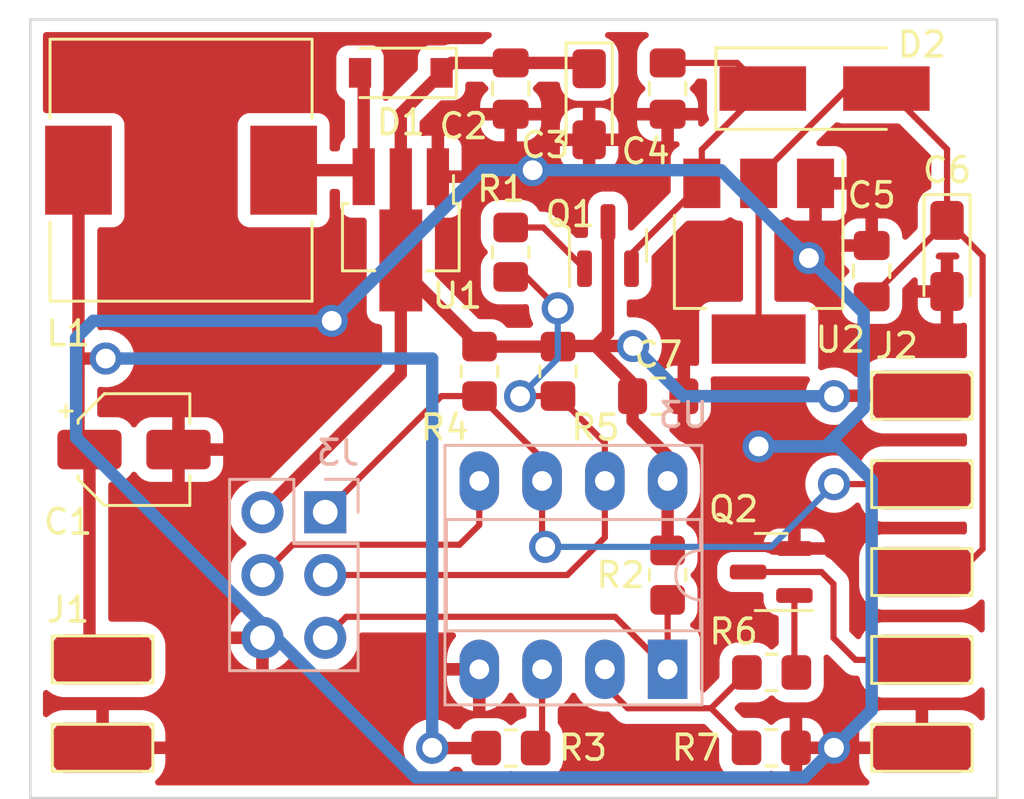
<source format=kicad_pcb>
(kicad_pcb (version 20211014) (generator pcbnew)

  (general
    (thickness 1.6)
  )

  (paper "A5")
  (title_block
    (title "Napoleon Grill Battery Supply")
    (date "2024-10-22")
    (rev "0.1-alpha")
    (company "Yavook!de")
  )

  (layers
    (0 "F.Cu" signal)
    (31 "B.Cu" signal)
    (32 "B.Adhes" user "B.Adhesive")
    (33 "F.Adhes" user "F.Adhesive")
    (34 "B.Paste" user)
    (35 "F.Paste" user)
    (36 "B.SilkS" user "B.Silkscreen")
    (37 "F.SilkS" user "F.Silkscreen")
    (38 "B.Mask" user)
    (39 "F.Mask" user)
    (40 "Dwgs.User" user "User.Drawings")
    (41 "Cmts.User" user "User.Comments")
    (42 "Eco1.User" user "User.Eco1")
    (43 "Eco2.User" user "User.Eco2")
    (44 "Edge.Cuts" user)
    (45 "Margin" user)
    (46 "B.CrtYd" user "B.Courtyard")
    (47 "F.CrtYd" user "F.Courtyard")
    (48 "B.Fab" user)
    (49 "F.Fab" user)
    (50 "User.1" user "Nutzer.1")
    (51 "User.2" user "Nutzer.2")
    (52 "User.3" user "Nutzer.3")
    (53 "User.4" user "Nutzer.4")
    (54 "User.5" user "Nutzer.5")
    (55 "User.6" user "Nutzer.6")
    (56 "User.7" user "Nutzer.7")
    (57 "User.8" user "Nutzer.8")
    (58 "User.9" user "Nutzer.9")
  )

  (setup
    (stackup
      (layer "F.SilkS" (type "Top Silk Screen"))
      (layer "F.Paste" (type "Top Solder Paste"))
      (layer "F.Mask" (type "Top Solder Mask") (thickness 0.01))
      (layer "F.Cu" (type "copper") (thickness 0.035))
      (layer "dielectric 1" (type "core") (thickness 1.51) (material "FR4") (epsilon_r 4.5) (loss_tangent 0.02))
      (layer "B.Cu" (type "copper") (thickness 0.035))
      (layer "B.Mask" (type "Bottom Solder Mask") (thickness 0.01))
      (layer "B.Paste" (type "Bottom Solder Paste"))
      (layer "B.SilkS" (type "Bottom Silk Screen"))
      (copper_finish "None")
      (dielectric_constraints no)
    )
    (pad_to_mask_clearance 0)
    (pcbplotparams
      (layerselection 0x0000000_7fffffff)
      (disableapertmacros false)
      (usegerberextensions false)
      (usegerberattributes true)
      (usegerberadvancedattributes true)
      (creategerberjobfile true)
      (svguseinch false)
      (svgprecision 6)
      (excludeedgelayer false)
      (plotframeref true)
      (viasonmask true)
      (mode 1)
      (useauxorigin false)
      (hpglpennumber 1)
      (hpglpenspeed 20)
      (hpglpendiameter 15.000000)
      (dxfpolygonmode true)
      (dxfimperialunits true)
      (dxfusepcbnewfont true)
      (psnegative true)
      (psa4output false)
      (plotreference false)
      (plotvalue false)
      (plotinvisibletext false)
      (sketchpadsonfab false)
      (subtractmaskfromsilk false)
      (outputformat 4)
      (mirror true)
      (drillshape 1)
      (scaleselection 1)
      (outputdirectory "")
    )
  )

  (net 0 "")
  (net 1 "+BATT")
  (net 2 "GND")
  (net 3 "+5V")
  (net 4 "Net-(C4-Pad2)")
  (net 5 "+3V3")
  (net 6 "Net-(D1-Pad2)")
  (net 7 "SW")
  (net 8 "LED-")
  (net 9 "~{3V3_EN}")
  (net 10 "/(MOSI)")
  (net 11 "/(~{RST})")
  (net 12 "Net-(Q1-Pad1)")
  (net 13 "Net-(Q2-Pad1)")
  (net 14 "/BAT_SENSE")
  (net 15 "/LED_ON")

  (footprint "Resistor_SMD:R_0805_2012Metric_Pad1.20x1.40mm_HandSolder" (layer "F.Cu") (at 37.211 27.194 90))

  (footprint "Resistor_SMD:R_0805_2012Metric_Pad1.20x1.40mm_HandSolder" (layer "F.Cu") (at 43.561 40.259 90))

  (footprint "Capacitor_SMD:C_0805_2012Metric_Pad1.18x1.45mm_HandSolder" (layer "F.Cu") (at 51.816 27.9615 90))

  (footprint "Package_TO_SOT_SMD:SOT-223-3_TabPin2" (layer "F.Cu") (at 47.244 27.559 -90))

  (footprint "Capacitor_Tantalum_SMD:CP_EIA-3216-18_Kemet-A_Pad1.58x1.35mm_HandSolder" (layer "F.Cu") (at 54.864 27.3455 -90))

  (footprint "Inductor_SMD:L_10.4x10.4_H4.8" (layer "F.Cu") (at 23.876 23.876))

  (footprint "Resistor_SMD:R_0805_2012Metric_Pad1.20x1.40mm_HandSolder" (layer "F.Cu") (at 39.126 32.014 90))

  (footprint "Diode_SMD:D_SMA_Handsoldering" (layer "F.Cu") (at 49.911 20.574))

  (footprint "Capacitor_SMD:CP_Elec_4x5.4" (layer "F.Cu") (at 21.971 35.179))

  (footprint "Capacitor_SMD:C_0805_2012Metric_Pad1.18x1.45mm_HandSolder" (layer "F.Cu") (at 43.18 33.02))

  (footprint "Package_TO_SOT_SMD:SOT-89-3_Handsoldering" (layer "F.Cu") (at 32.766 26.289 -90))

  (footprint "Resistor_SMD:R_0805_2012Metric_Pad1.20x1.40mm_HandSolder" (layer "F.Cu") (at 35.951 32.014 90))

  (footprint "Capacitor_SMD:C_0805_2012Metric_Pad1.18x1.45mm_HandSolder" (layer "F.Cu") (at 43.561 20.574 90))

  (footprint "Diode_SMD:D_SOD-123" (layer "F.Cu") (at 32.766 19.939 180))

  (footprint "Resistor_SMD:R_0805_2012Metric_Pad1.20x1.40mm_HandSolder" (layer "F.Cu") (at 47.752 47.244 180))

  (footprint "mini-boards:SolderWire_05_2x4mm" (layer "F.Cu") (at 53.848 33 -90))

  (footprint "Package_TO_SOT_SMD:SOT-23" (layer "F.Cu") (at 41.148 26.924 90))

  (footprint "Resistor_SMD:R_0805_2012Metric_Pad1.20x1.40mm_HandSolder" (layer "F.Cu") (at 37.221 47.254 180))

  (footprint "Package_TO_SOT_SMD:SOT-23" (layer "F.Cu") (at 47.752 40.132 180))

  (footprint "mini-boards:SolderWire_02_2x4mm" (layer "F.Cu") (at 20.701 43.668 -90))

  (footprint "Capacitor_SMD:C_0805_2012Metric_Pad1.18x1.45mm_HandSolder" (layer "F.Cu") (at 37.211 20.574 -90))

  (footprint "Resistor_SMD:R_0805_2012Metric_Pad1.20x1.40mm_HandSolder" (layer "F.Cu") (at 47.768 44.196))

  (footprint "Capacitor_Tantalum_SMD:CP_EIA-3216-18_Kemet-A_Pad1.58x1.35mm_HandSolder" (layer "F.Cu") (at 40.386 21.209 -90))

  (footprint "Connector_PinHeader_2.54mm:PinHeader_2x03_P2.54mm_Vertical" (layer "B.Cu") (at 29.7085 37.714 180))

  (footprint "Package_DIP:DIP-8_W7.62mm_Socket_LongPads" (layer "B.Cu") (at 43.561 44.069 90))

  (gr_line (start 17.78 49.276) (end 56.896 49.276) (layer "Edge.Cuts") (width 0.1) (tstamp 34e967b3-de57-4561-9dd5-96c5dc3a6c07))
  (gr_line (start 17.78 17.78) (end 17.78 49.276) (layer "Edge.Cuts") (width 0.1) (tstamp 98834490-029b-4a46-8741-f1f823dcac7b))
  (gr_line (start 56.896 17.78) (end 17.78 17.78) (layer "Edge.Cuts") (width 0.1) (tstamp e763054f-c77a-439c-bfc2-aeb0404cbfcb))
  (gr_line (start 56.896 49.276) (end 56.896 17.78) (layer "Edge.Cuts") (width 0.1) (tstamp f830eab5-3b07-494b-a8ea-5832d2ee7357))

  (segment (start 36.221 47.254) (end 34.046 47.254) (width 0.5) (layer "F.Cu") (net 1) (tstamp 21ab2ed1-7f4d-4f0f-9e8b-c67f781729e5))
  (segment (start 20.171 35.179) (end 19.726 34.734) (width 0.5) (layer "F.Cu") (net 1) (tstamp 38c469f6-3c08-437e-9c45-ca40a23eb453))
  (segment (start 34.046 47.254) (end 34.036 47.244) (width 0.5) (layer "F.Cu") (net 1) (tstamp 52b35139-02eb-477b-9db5-eff022692151))
  (segment (start 19.812 31.496) (end 19.726 31.41) (width 0.5) (layer "F.Cu") (net 1) (tstamp 568febde-0e82-4c4c-895a-3e9d4c203337))
  (segment (start 19.726 31.918) (end 19.726 31.41) (width 0.5) (layer "F.Cu") (net 1) (tstamp 5b9f7ef7-441a-400b-b9d7-b2adbeba4486))
  (segment (start 19.726 31.41) (end 19.726 23.876) (width 0.5) (layer "F.Cu") (net 1) (tstamp 6028ded1-ff9e-4e58-a3d6-1d1a52ddd7b9))
  (segment (start 20.828 31.496) (end 19.812 31.496) (width 0.5) (layer "F.Cu") (net 1) (tstamp 6b5877a6-951b-47d9-bdb8-a982548f4da5))
  (segment (start 20.171 43.138) (end 20.171 35.179) (width 0.5) (layer "F.Cu") (net 1) (tstamp 6f9b287f-d2ec-4403-bb76-df9807cfe1b7))
  (segment (start 19.726 34.734) (end 19.726 31.918) (width 0.5) (layer "F.Cu") (net 1) (tstamp bb65050c-5017-46ff-a0d9-420567749183))
  (segment (start 20.701 43.668) (end 20.171 43.138) (width 0.5) (layer "F.Cu") (net 1) (tstamp e61e93b4-fa3c-4290-8a5b-90a29d53bca6))
  (via (at 20.828 31.496) (size 1.3) (drill 0.8) (layers "F.Cu" "B.Cu") (net 1) (tstamp 563e54e1-c7f0-474e-94d7-7ba5734bac61))
  (via (at 34.036 47.244) (size 1.3) (drill 0.8) (layers "F.Cu" "B.Cu") (net 1) (tstamp eef8aab8-7acd-42c3-be68-1ddc73a955ef))
  (segment (start 34.036 47.244) (end 34.036 31.496) (width 0.5) (layer "B.Cu") (net 1) (tstamp 356a4adf-df1a-4308-b021-13b68de38c5d))
  (segment (start 34.036 31.496) (end 20.828 31.496) (width 0.5) (layer "B.Cu") (net 1) (tstamp 97b908d6-f506-4ff2-9d8e-b6224c559321))
  (via (at 29.972 29.972) (size 1.3) (drill 0.8) (layers "F.Cu" "B.Cu") (net 2) (tstamp 0c4017d3-4441-4bfd-9480-4cb014c563ae))
  (via (at 38.1 23.876) (size 1.3) (drill 0.8) (layers "F.Cu" "B.Cu") (net 2) (tstamp 25519100-a83d-4b1f-9a31-b794aebc6e50))
  (via (at 47.244 35.052) (size 1.3) (drill 0.8) (layers "F.Cu" "B.Cu") (net 2) (tstamp 6e7e7b7e-407a-46a2-beab-f749bff7b436))
  (via (at 49.276 27.432) (size 1.3) (drill 0.8) (layers "F.Cu" "B.Cu") (net 2) (tstamp 73bfe9f0-e29f-4af8-93e6-43b7a08b96be))
  (via (at 50.292 47.244) (size 1.3) (drill 0.8) (layers "F.Cu" "B.Cu") (net 2) (tstamp 7406d141-a636-4854-abdc-f7c495c82f87))
  (segment (start 51.491511 33.516855) (end 49.956366 35.052) (width 0.5) (layer "B.Cu") (net 2) (tstamp 0fc733e2-f0b4-4a9f-81e5-296cbc25d5ae))
  (segment (start 51.491511 29.647511) (end 51.491511 33.516855) (width 0.5) (layer "B.Cu") (net 2) (tstamp 1114f773-f26b-4ef6-a2f6-1becbf2fcc25))
  (segment (start 49.956366 35.052) (end 47.244 35.052) (width 0.5) (layer "B.Cu") (net 2) (tstamp 302d59ab-d85b-4548-a74c-235b953562c8))
  (segment (start 47.244 35.052) (end 50.464366 35.052) (width 0.5) (layer "B.Cu") (net 2) (tstamp 4b0f37e8-d4dc-42f1-b452-33986e29fab2))
  (segment (start 50.464366 35.052) (end 51.816 36.403634) (width 0.5) (layer "B.Cu") (net 2) (tstamp 686b950b-72ab-468a-b7b9-30d1b4a4e4f2))
  (segment (start 38.1 23.876) (end 36.068 23.876) (width 0.5) (layer "B.Cu") (net 2) (tstamp 6decc48e-3a7a-474c-a57a-19a5bca14c57))
  (segment (start 19.628489 30.663511) (end 20.32 29.972) (width 0.5) (layer "B.Cu") (net 2) (tstamp 6ec14ec9-6365-4a40-b498-bc2055248c3c))
  (segment (start 49.092489 48.443511) (end 33.378802 48.443511) (width 0.5) (layer "B.Cu") (net 2) (tstamp 7f6d0c52-0a27-4e46-8015-d86c68709dfe))
  (segment (start 50.292 47.244) (end 49.092489 48.443511) (width 0.5) (layer "B.Cu") (net 2) (tstamp 8974eb9e-03fc-4cab-bf02-00aee77b834b))
  (segment (start 19.628489 34.693198) (end 19.628489 30.663511) (width 0.5) (layer "B.Cu") (net 2) (tstamp 950d8bf1-6e59-4a99-8099-d315d2990045))
  (segment (start 20.32 29.972) (end 29.972 29.972) (width 0.5) (layer "B.Cu") (net 2) (tstamp 9f5fd54d-0e5f-4f4f-b6b0-78724f4ba827))
  (segment (start 45.72 23.876) (end 49.276 27.432) (width 0.5) (layer "B.Cu") (net 2) (tstamp bede6a34-5022-48d3-838c-2778222e715e))
  (segment (start 49.276 27.432) (end 51.491511 29.647511) (width 0.5) (layer "B.Cu") (net 2) (tstamp cadd03ab-41ca-4c4b-aea2-22a3f0e6122e))
  (segment (start 36.068 23.876) (end 29.972 29.972) (width 0.5) (layer "B.Cu") (net 2) (tstamp cdf33bf4-06e5-4143-b5ec-36a042d5eb3e))
  (segment (start 51.816 36.403634) (end 51.816 45.72) (width 0.5) (layer "B.Cu") (net 2) (tstamp df9cb300-ecf3-4f79-8b64-73e6ba0aa702))
  (segment (start 33.378802 48.443511) (end 19.628489 34.693198) (width 0.5) (layer "B.Cu") (net 2) (tstamp e578be67-86df-457a-99b4-ebbe274bdfea))
  (segment (start 38.1 23.876) (end 45.72 23.876) (width 0.5) (layer "B.Cu") (net 2) (tstamp ed35a8ae-2c07-40fe-9420-9970dcdb764c))
  (segment (start 51.816 45.72) (end 50.292 47.244) (width 0.5) (layer "B.Cu") (net 2) (tstamp f69326fe-df27-4277-9e96-08f32f9ce2d7))
  (segment (start 41.148 30.48) (end 41.148 25.9865) (width 0.5) (layer "F.Cu") (net 3) (tstamp 07c9a569-0a9a-45a1-8bae-b59d00a55d39))
  (segment (start 53.848 33) (end 50.312 33) (width 0.5) (layer "F.Cu") (net 3) (tstamp 0c83f5b2-bb79-44dc-a823-b8e58623a019))
  (segment (start 40.151 19.5365) (end 40.386 19.7715) (width 0.5) (layer "F.Cu") (net 3) (tstamp 0c84f166-9c82-4d95-9050-61d2c1d5aec8))
  (segment (start 32.766 32.1165) (end 32.766 24.2265) (width 0.5) (layer "F.Cu") (net 3) (tstamp 38784c9b-c0d7-4bce-b8f7-0efef7d73fba))
  (segment (start 32.766 27.829) (end 32.766 24.2265) (width 0.5) (layer "F.Cu") (net 3) (tstamp 39a081c7-e451-4d7e-a9ba-dee9ed7f2532))
  (segment (start 39.126 31.014) (end 35.951 31.014) (width 0.5) (layer "F.Cu") (net 3) (tstamp 3e04e3ac-263e-4b99-bbd9-4766d8efc34d))
  (segment (start 40.64 30.988) (end 41.148 30.48) (width 0.5) (layer "F.Cu") (net 3) (tstamp 4b4c92dc-4fa9-48b8-9e36-9de960aeb283))
  (segment (start 43.561 35.433) (end 42.1425 34.0145) (width 0.5) (layer "F.Cu") (net 3) (tstamp 53d26bec-da1c-485e-981b-95a7dd201668))
  (segment (start 40.64 30.988) (end 42.1425 32.4905) (width 0.5) (layer "F.Cu") (net 3) (tstamp 57ca1174-2c42-4bf6-a18d-b54c7dfdba34))
  (segment (start 42.1425 34.0145) (end 42.1425 33.02) (width 0.5) (layer "F.Cu") (net 3) (tstamp 5d98e6b1-e4d6-4ecb-8ecf-feaa2b4a99f5))
  (segment (start 39.288366 30.988) (end 40.64 30.988) (width 0.5) (layer "F.Cu") (net 3) (tstamp 6248004b-7888-4e78-b997-e046b1b47a4f))
  (segment (start 32.766 21.589) (end 34.416 19.939) (width 0.5) (layer "F.Cu") (net 3) (tstamp 6d93040d-4118-49b0-b43e-2cbb7659067f))
  (segment (start 50.312 33) (end 50.292 33.02) (width 0.5) (layer "F.Cu") (net 3) (tstamp 7954d2e5-4f11-46d2-acc6-f3ed7c273452))
  (segment (start 43.561 36.449) (end 43.561 39.259) (width 0.5) (layer "F.Cu") (net 3) (tstamp 79e0bd15-4c29-4168-a00c-90691662b7b5))
  (segment (start 39.262366 31.014) (end 39.288366 30.988) (width 0.5) (layer "F.Cu") (net 3) (tstamp 809431cb-631e-4619-ba98-fd70a1c167b4))
  (segment (start 37.211 19.5365) (end 40.151 19.5365) (width 0.5) (layer "F.Cu") (net 3) (tstamp 84ca22c1-f60b-4525-b61d-a870ce74bdbd))
  (segment (start 32.766 24.2265) (end 32.766 21.589) (width 0.5) (layer "F.Cu") (net 3) (tstamp 960583dd-74a1-49ed-8e31-9c5fe4915959))
  (segment (start 34.8185 19.5365) (end 37.211 19.5365) (width 0.5) (layer "F.Cu") (net 3) (tstamp b545efbd-4665-495e-a212-a3eda1da410b))
  (segment (start 42.164 30.988) (end 40.64 30.988) (width 0.5) (layer "F.Cu") (net 3) (tstamp bafbc76f-b213-4f84-802b-752f4448bcba))
  (segment (start 39.126 31.014) (end 39.262366 31.014) (width 0.5) (layer "F.Cu") (net 3) (tstamp c8a50954-3081-4d03-ab3f-e92065677070))
  (segment (start 34.416 19.939) (end 34.8185 19.5365) (width 0.5) (layer "F.Cu") (net 3) (tstamp e1905a39-bd57-41c5-b262-1c8195859afb))
  (segment (start 42.1425 32.4905) (end 42.1425 33.02) (width 0.5) (layer "F.Cu") (net 3) (tstamp ec41e3fa-f416-44a5-9730-cbe35c82aca5))
  (segment (start 35.951 31.014) (end 32.766 27.829) (width 0.5) (layer "F.Cu") (net 3) (tstamp f13c8a3c-ee6c-4725-b2c4-b6301c331b20))
  (segment (start 27.1685 37.714) (end 32.766 32.1165) (width 0.5) (layer "F.Cu") (net 3) (tstamp f28404b2-f037-43e6-9506-b9b2c0e48e51))
  (segment (start 43.561 36.449) (end 43.561 35.433) (width 0.5) (layer "F.Cu") (net 3) (tstamp fb0df9fc-e4ab-4e4e-a491-0f4db966d548))
  (via (at 42.164 30.988) (size 1.3) (drill 0.8) (layers "F.Cu" "B.Cu") (net 3) (tstamp 690afe80-5324-4ad3-b29a-a957b1bb25c3))
  (via (at 50.292 33.02) (size 1.3) (drill 0.8) (layers "F.Cu" "B.Cu") (net 3) (tstamp 8a3738ee-2df5-4e2a-9031-a6168cf8de67))
  (segment (start 50.292 33.02) (end 44.196 33.02) (width 0.5) (layer "B.Cu") (net 3) (tstamp 287e8a0f-5771-4ca3-b4d8-6d1684e71ed8))
  (segment (start 44.196 33.02) (end 42.164 30.988) (width 0.5) (layer "B.Cu") (net 3) (tstamp e972d63f-c5c4-4c4b-a90a-e30d490a39e2))
  (segment (start 44.944 23.041) (end 47.411 20.574) (width 0.25) (layer "F.Cu") (net 4) (tstamp 3b30dd3d-a9a3-486d-8d00-c79474a22a05))
  (segment (start 44.944 24.409) (end 44.944 23.041) (width 0.25) (layer "F.Cu") (net 4) (tstamp 550b624e-9696-49b9-b538-59425abb1306))
  (segment (start 43.561 19.5365) (end 46.3735 19.5365) (width 0.25) (layer "F.Cu") (net 4) (tstamp a6e83826-b42d-4719-aa8a-9ac55ca9d3f0))
  (segment (start 42.098 27.255) (end 44.944 24.409) (width 0.25) (layer "F.Cu") (net 4) (tstamp bad67d77-ac8d-48c9-bc27-7c03d5f0ec54))
  (segment (start 42.098 27.8615) (end 42.098 27.255) (width 0.25) (layer "F.Cu") (net 4) (tstamp c5457779-ee3b-484d-8238-775041a2118b))
  (segment (start 46.3735 19.5365) (end 47.411 20.574) (width 0.25) (layer "F.Cu") (net 4) (tstamp d3d46084-2317-4066-83e7-eacc35dc18c0))
  (segment (start 55.372 40.132) (end 53.848 40.132) (width 0.25) (layer "F.Cu") (net 5) (tstamp 0b562950-7f50-4ca2-8367-964999aa4bae))
  (segment (start 47.244 24.159) (end 50.829 20.574) (width 0.25) (layer "F.Cu") (net 5) (tstamp 0f9e1153-0bf1-44b9-8b1f-3974bc45f4a4))
  (segment (start 54.864 23.027) (end 52.411 20.574) (width 0.25) (layer "F.Cu") (net 5) (tstamp 13290abb-9273-4cc3-90c3-de8eb76a923d))
  (segment (start 56.30452 27.34852) (end 56.30452 39.19948) (width 0.25) (layer "F.Cu") (net 5) (tstamp 147c7025-afc6-4f86-81c5-9dd6da9367fb))
  (segment (start 47.244 30.709) (end 47.244 24.409) (width 0.25) (layer "F.Cu") (net 5) (tstamp 25895764-c350-41a2-a17e-2938fabbc8a0))
  (segment (start 56.30452 39.19948) (end 55.372 40.132) (width 0.25) (layer "F.Cu") (net 5) (tstamp 30020ac2-00e9-48d5-bbd2-386be3fdc791))
  (segment (start 54.864 25.908) (end 54.864 23.027) (width 0.25) (layer "F.Cu") (net 5) (tstamp 6b72d131-93fb-49f9-acd7-28bcd8c183ee))
  (segment (start 51.816 28.999) (end 54.864 25.951) (width 0.25) (layer "F.Cu") (net 5) (tstamp a881a592-8e39-4cf3-98fe-252e609c37a6))
  (segment (start 47.244 24.409) (end 47.244 24.159) (width 0.25) (layer "F.Cu") (net 5) (tstamp abcab5c1-4f8d-4fff-aaef-be849aebe5a1))
  (segment (start 54.864 25.908) (end 56.30452 27.34852) (width 0.25) (layer "F.Cu") (net 5) (tstamp ad37c17d-f37a-4410-a4f9-de82c3c8ab0a))
  (segment (start 54.864 25.951) (end 54.864 25.908) (width 0.25) (layer "F.Cu") (net 5) (tstamp d44f3d4d-2814-4e10-9540-2248a8c6654c))
  (segment (start 50.829 20.574) (end 52.411 20.574) (width 0.25) (layer "F.Cu") (net 5) (tstamp ec51f97a-1448-4a99-ba01-d24cb2b23b6c))
  (segment (start 31.003 23.876) (end 31.266 24.139) (width 0.5) (layer "F.Cu") (net 6) (tstamp 0aa27f7c-861f-4293-a21e-c0b161492a55))
  (segment (start 31.266 24.139) (end 31.266 20.089) (width 0.5) (layer "F.Cu") (net 6) (tstamp 57bd2665-5a58-443e-8743-4aae5ecabbfc))
  (segment (start 31.266 20.089) (end 31.116 19.939) (width 0.5) (layer "F.Cu") (net 6) (tstamp 79425220-a032-494e-8721-f1e712b479c1))
  (segment (start 28.026 23.876) (end 31.003 23.876) (width 0.5) (layer "F.Cu") (net 6) (tstamp e4d209ff-4e0d-46b5-a0e4-ed954a4e9872))
  (segment (start 50.292 36.576) (end 53.848 36.576) (width 0.25) (layer "F.Cu") (net 7) (tstamp 0aa8573f-2e43-4600-b3d2-ad5f972a967c))
  (segment (start 38.481 36.449) (end 38.481 38.989) (width 0.25) (layer "F.Cu") (net 7) (tstamp 153433f2-8f5c-4b81-a731-bb3ef2d5a7ac))
  (segment (start 38.481 35.544) (end 38.481 36.449) (width 0.25) (layer "F.Cu") (net 7) (tstamp 2b54e335-fe00-43c1-8cba-33f920295352))
  (segment (start 34.4085 33.014) (end 35.951 33.014) (width 0.25) (layer "F.Cu") (net 7) (tstamp 65cf3164-6eb5-42b4-af15-3cc21461f559))
  (segment (start 29.7085 37.714) (end 34.4085 33.014) (width 0.25) (layer "F.Cu") (net 7) (tstamp 6cc3f858-76db-4b33-8e06-00eb87c107ef))
  (segment (start 35.951 33.014) (end 38.481 35.544) (width 0.25) (layer "F.Cu") (net 7) (tstamp 75108d1d-1430-4bd6-9194-71b67b0edc50))
  (segment (start 38.481 38.989) (end 38.608 39.116) (width 0.25) (layer "F.Cu") (net 7) (tstamp ce42515d-9c72-4f68-8e5f-8e1d6b0d1a14))
  (via (at 38.608 39.116) (size 1.3) (drill 0.8) (layers "F.Cu" "B.Cu") (net 7) (tstamp 1231b065-6df2-451f-8651-2d3101775518))
  (via (at 50.292 36.576) (size 1.3) (drill 0.8) (layers "F.Cu" "B.Cu") (net 7) (tstamp b6411a36-75ad-4fa9-89d0-3b5c455e4e16))
  (segment (start 47.752 39.116) (end 50.292 36.576) (width 0.25) (layer "B.Cu") (net 7) (tstamp 005cf3d5-546a-4540-ba3a-4d1f0d44ffb5))
  (segment (start 38.608 39.116) (end 47.752 39.116) (width 0.25) (layer "B.Cu") (net 7) (tstamp fc505821-2330-4afe-9c43-ed364b8ca5ac))
  (segment (start 49.784 40.132) (end 50.272 40.62) (width 0.25) (layer "F.Cu") (net 8) (tstamp 0dc118fc-e6a1-4ff1-b266-ab122b7abac6))
  (segment (start 46.8145 40.132) (end 49.784 40.132) (width 0.25) (layer "F.Cu") (net 8) (tstamp 1859ef23-a40e-4748-b369-6ce1f0904410))
  (segment (start 50.272 40.62) (end 50.272 42.799) (width 0.25) (layer "F.Cu") (net 8) (tstamp 9e3483a4-c28c-434d-a615-a9ab4d525e4c))
  (segment (start 50.272 42.799) (end 51.161 43.688) (width 0.25) (layer "F.Cu") (net 8) (tstamp dc168bbf-c74b-469f-9366-dff9c73e0187))
  (segment (start 51.161 43.688) (end 53.848 43.688) (width 0.25) (layer "F.Cu") (net 8) (tstamp ec861fc5-bbe9-47c6-a9d3-9f512544f890))
  (segment (start 37.598 33.014) (end 37.592 33.02) (width 0.25) (layer "F.Cu") (net 9) (tstamp 2b2f4c53-a036-403c-b827-312efcbb6d84))
  (segment (start 41.021 34.909) (end 39.126 33.014) (width 0.25) (layer "F.Cu") (net 9) (tstamp 333a59db-17e7-4c0c-b861-8c68d8beaaf3))
  (segment (start 39.126 33.014) (end 37.598 33.014) (width 0.25) (layer "F.Cu") (net 9) (tstamp 70adb506-1f01-4236-bfa3-ae34a6f81a95))
  (segment (start 39.502 40.254) (end 41.021 38.735) (width 0.25) (layer "F.Cu") (net 9) (tstamp 8ee26396-cfa7-4786-be63-57d651d4959b))
  (segment (start 37.846 28.194) (end 37.211 28.194) (width 0.25) (layer "F.Cu") (net 9) (tstamp 9b8e0eaf-4e33-4e40-9a49-05d11aa1e9e6))
  (segment (start 39.116 29.464) (end 37.846 28.194) (width 0.25) (layer "F.Cu") (net 9) (tstamp c2c89e33-9b96-475d-9091-40f69937856a))
  (segment (start 29.7085 40.254) (end 39.502 40.254) (width 0.25) (layer "F.Cu") (net 9) (tstamp d3f186d6-ec48-463f-8eee-1547a9ab1e28))
  (segment (start 41.021 36.449) (end 41.021 34.909) (width 0.25) (layer "F.Cu") (net 9) (tstamp d7c66460-4b40-43ec-a071-f368b2ecf316))
  (segment (start 41.021 38.735) (end 41.021 36.449) (width 0.25) (layer "F.Cu") (net 9) (tstamp f2e19665-1bac-4405-8b31-2783fa20082f))
  (via (at 39.116 29.464) (size 1.3) (drill 0.8) (layers "F.Cu" "B.Cu") (net 9) (tstamp 28cf3db3-0efd-445d-8e09-a00dcdb7e4c4))
  (via (at 37.592 33.02) (size 1.3) (drill 0.8) (layers "F.Cu" "B.Cu") (net 9) (tstamp 5513f8ec-efe5-4140-8650-29cd81468e5f))
  (segment (start 39.116 31.496) (end 39.116 29.464) (width 0.25) (layer "B.Cu") (net 9) (tstamp 014661a5-ae7e-4c61-add3-6a7f1238035b))
  (segment (start 37.592 33.02) (end 39.116 31.496) (width 0.25) (layer "B.Cu") (net 9) (tstamp be7d078a-1476-44c8-935c-11bf4f8a2955))
  (segment (start 35.941 38.227) (end 35.941 36.449) (width 0.25) (layer "F.Cu") (net 10) (tstamp 584dcfca-59c1-40c4-b52b-ee5b167246dc))
  (segment (start 35.138511 39.029489) (end 35.941 38.227) (width 0.25) (layer "F.Cu") (net 10) (tstamp bb67a671-89dc-475f-b441-aed63ca7b4cc))
  (segment (start 27.1685 40.254) (end 28.393011 39.029489) (width 0.25) (layer "F.Cu") (net 10) (tstamp cc783d91-a18c-4cce-9f7b-7d1cee10cc87))
  (segment (start 28.393011 39.029489) (end 35.138511 39.029489) (width 0.25) (layer "F.Cu") (net 10) (tstamp d2df5eeb-60b1-4ad0-bece-7860d97e0ea4))
  (segment (start 30.5585 41.944) (end 41.436 41.944) (width 0.25) (layer "F.Cu") (net 11) (tstamp 01313380-8bff-4b79-9418-aa35108a3346))
  (segment (start 41.436 41.944) (end 43.561 44.069) (width 0.25) (layer "F.Cu") (net 11) (tstamp 399e0ecb-bab4-4bf4-98d1-c02d6c95d7cf))
  (segment (start 43.561 44.069) (end 43.561 41.259) (width 0.25) (layer "F.Cu") (net 11) (tstamp 68a81389-4f88-4469-bff1-bedcb3b63bd1))
  (segment (start 29.7085 42.794) (end 30.5585 41.944) (width 0.25) (layer "F.Cu") (net 11) (tstamp f00e656c-e83a-4766-909c-2e0d3eea4f0e))
  (segment (start 40.198 27.8615) (end 38.5305 26.194) (width 0.25) (layer "F.Cu") (net 12) (tstamp 2d72c6af-2718-4c6b-bd3d-61c026a66ec3))
  (segment (start 38.5305 26.194) (end 37.211 26.194) (width 0.25) (layer "F.Cu") (net 12) (tstamp 3450a80d-cfc8-491a-b9b1-663dce8617da))
  (segment (start 48.6895 44.1175) (end 48.6895 41.082) (width 0.25) (layer "F.Cu") (net 13) (tstamp 05c33adf-0725-4414-9474-fc95565c2fc8))
  (segment (start 48.768 44.196) (end 48.6895 44.1175) (width 0.25) (layer "F.Cu") (net 13) (tstamp 2f247a54-fb9e-4f38-8101-29f2c5bfcebd))
  (segment (start 38.221 47.254) (end 38.481 46.994) (width 0.25) (layer "F.Cu") (net 14) (tstamp 66f92f1f-46e2-422e-ad2d-42b2a9561d0f))
  (segment (start 38.481 46.994) (end 38.481 44.069) (width 0.25) (layer "F.Cu") (net 14) (tstamp f2ba199d-d77a-43b8-8ee4-b1b87d363a54))
  (segment (start 46.752 47.075022) (end 45.320489 45.643511) (width 0.25) (layer "F.Cu") (net 15) (tstamp 3cfe9293-796b-49cd-8863-06dbd1a9f84e))
  (segment (start 45.320489 45.643511) (end 46.768 44.196) (width 0.25) (layer "F.Cu") (net 15) (tstamp 721242bc-73a5-47b2-99ad-ff13b4c30b8c))
  (segment (start 41.021 44.069) (end 41.021 44.719) (width 0.25) (layer "F.Cu") (net 15) (tstamp c43e3df4-9299-41eb-bed8-b2dd33a04587))
  (segment (start 41.021 44.719) (end 41.945511 45.643511) (width 0.25) (layer "F.Cu") (net 15) (tstamp e9a83744-789e-49fc-b2a6-9a10bf3f639d))
  (segment (start 41.945511 45.643511) (end 45.320489 45.643511) (width 0.25) (layer "F.Cu") (net 15) (tstamp f503b46d-e0fc-4655-9a6f-b08fdfea6767))
  (segment (start 46.752 47.244) (end 46.752 47.075022) (width 0.25) (layer "F.Cu") (net 15) (tstamp f6b6fa92-37d0-44da-80e0-804086ceb650))

  (zone (net 2) (net_name "GND") (layer "F.Cu") (tstamp babc852d-9cdb-4538-915a-5637c152f8f9) (hatch edge 0.508)
    (connect_pads (clearance 0.508))
    (min_thickness 0.254) (filled_areas_thickness no)
    (fill yes (thermal_gap 0.508) (thermal_bridge_width 0.508))
    (polygon
      (pts
        (xy 56.896 49.276)
        (xy 17.78 49.276)
        (xy 17.78 17.78)
        (xy 56.896 17.78)
      )
    )
    (filled_polygon
      (layer "F.Cu")
      (pts
        (xy 36.391743 18.308002)
        (xy 36.438236 18.361658)
        (xy 36.44834 18.431932)
        (xy 36.418846 18.496512)
        (xy 36.389925 18.521144)
        (xy 36.261652 18.600522)
        (xy 36.136695 18.725697)
        (xy 36.133739 18.730493)
        (xy 36.076386 18.771155)
        (xy 36.035422 18.778)
        (xy 34.88557 18.778)
        (xy 34.86662 18.776567)
        (xy 34.852385 18.774401)
        (xy 34.852381 18.774401)
        (xy 34.845151 18.773301)
        (xy 34.837859 18.773894)
        (xy 34.837856 18.773894)
        (xy 34.792482 18.777585)
        (xy 34.782267 18.778)
        (xy 34.774207 18.778)
        (xy 34.770573 18.778424)
        (xy 34.770567 18.778424)
        (xy 34.757542 18.779943)
        (xy 34.74598 18.781291)
        (xy 34.741632 18.781721)
        (xy 34.668864 18.78764)
        (xy 34.661903 18.789895)
        (xy 34.655963 18.791082)
        (xy 34.650088 18.792471)
        (xy 34.642819 18.793318)
        (xy 34.57417 18.818236)
        (xy 34.570073 18.819643)
        (xy 34.555487 18.824368)
        (xy 34.516659 18.8305)
        (xy 33.917866 18.8305)
        (xy 33.855684 18.837255)
        (xy 33.719295 18.888385)
        (xy 33.602739 18.975739)
        (xy 33.515385 19.092295)
        (xy 33.464255 19.228684)
        (xy 33.4575 19.290866)
        (xy 33.4575 19.772629)
        (xy 33.437498 19.84075)
        (xy 33.420595 19.861724)
        (xy 32.277089 21.00523)
        (xy 32.262677 21.017616)
        (xy 32.251083 21.026149)
        (xy 32.245182 21.030492)
        (xy 32.240438 21.036076)
        (xy 32.236436 21.039808)
        (xy 32.172975 21.07164)
        (xy 32.102379 21.06411)
        (xy 32.047061 21.019608)
        (xy 32.0245 20.947661)
        (xy 32.0245 20.787513)
        (xy 32.032518 20.743284)
        (xy 32.064973 20.656711)
        (xy 32.064973 20.656709)
        (xy 32.067745 20.649316)
        (xy 32.068599 20.64146)
        (xy 32.074131 20.590531)
        (xy 32.0745 20.587134)
        (xy 32.0745 19.290866)
        (xy 32.067745 19.228684)
        (xy 32.016615 19.092295)
        (xy 31.929261 18.975739)
        (xy 31.812705 18.888385)
        (xy 31.676316 18.837255)
        (xy 31.614134 18.8305)
        (xy 30.617866 18.8305)
        (xy 30.555684 18.837255)
        (xy 30.419295 18.888385)
        (xy 30.302739 18.975739)
        (xy 30.215385 19.092295)
        (xy 30.164255 19.228684)
        (xy 30.1575 19.290866)
        (xy 30.1575 20.587134)
        (xy 30.164255 20.649316)
        (xy 30.215385 20.785705)
        (xy 30.302739 20.902261)
        (xy 30.419295 20.989615)
        (xy 30.427704 20.992767)
        (xy 30.435575 20.997077)
        (xy 30.434664 20.998741)
        (xy 30.48249 21.034663)
        (xy 30.507193 21.101224)
        (xy 30.5075 21.110009)
        (xy 30.5075 22.521671)
        (xy 30.487498 22.589792)
        (xy 30.465593 22.613332)
        (xy 30.466269 22.614008)
        (xy 30.459919 22.620358)
        (xy 30.452739 22.625739)
        (xy 30.365385 22.742295)
        (xy 30.314255 22.878684)
        (xy 30.3075 22.940866)
        (xy 30.3075 22.9915)
        (xy 30.287498 23.059621)
        (xy 30.233842 23.106114)
        (xy 30.1815 23.1175)
        (xy 30.0105 23.1175)
        (xy 29.942379 23.097498)
        (xy 29.895886 23.043842)
        (xy 29.8845 22.9915)
        (xy 29.8845 22.027866)
        (xy 29.877745 21.965684)
        (xy 29.826615 21.829295)
        (xy 29.739261 21.712739)
        (xy 29.622705 21.625385)
        (xy 29.486316 21.574255)
        (xy 29.424134 21.5675)
        (xy 26.627866 21.5675)
        (xy 26.565684 21.574255)
        (xy 26.429295 21.625385)
        (xy 26.312739 21.712739)
        (xy 26.225385 21.829295)
        (xy 26.174255 21.965684)
        (xy 26.1675 22.027866)
        (xy 26.1675 25.724134)
        (xy 26.174255 25.786316)
        (xy 26.225385 25.922705)
        (xy 26.312739 26.039261)
        (xy 26.429295 26.126615)
        (xy 26.565684 26.177745)
        (xy 26.627866 26.1845)
        (xy 29.424134 26.1845)
        (xy 29.486316 26.177745)
        (xy 29.622705 26.126615)
        (xy 29.739261 26.039261)
        (xy 29.826615 25.922705)
        (xy 29.877745 25.786316)
        (xy 29.8845 25.724134)
        (xy 29.8845 24.7605)
        (xy 29.904502 24.692379)
        (xy 29.958158 24.645886)
        (xy 30.0105 24.6345)
        (xy 30.1815 24.6345)
        (xy 30.249621 24.654502)
        (xy 30.296114 24.708158)
        (xy 30.3075 24.7605)
        (xy 30.3075 25.337134)
        (xy 30.314255 25.399316)
        (xy 30.365385 25.535705)
        (xy 30.452739 25.652261)
        (xy 30.569295 25.739615)
        (xy 30.705684 25.790745)
        (xy 30.767866 25.7975)
        (xy 31.259771 25.7975)
        (xy 31.327892 25.817502)
        (xy 31.374385 25.871158)
        (xy 31.385771 25.9235)
        (xy 31.385771 29.589)
        (xy 31.391 29.662111)
        (xy 31.392904 29.668594)
        (xy 31.428055 29.788307)
        (xy 31.432196 29.802411)
        (xy 31.437067 29.80999)
        (xy 31.506378 29.917841)
        (xy 31.50638 29.917844)
        (xy 31.51125 29.925421)
        (xy 31.51806 29.931322)
        (xy 31.614945 30.015274)
        (xy 31.614948 30.015276)
        (xy 31.621757 30.021176)
        (xy 31.754766 30.081919)
        (xy 31.763689 30.083202)
        (xy 31.785251 30.086302)
        (xy 31.899433 30.102719)
        (xy 31.964013 30.132212)
        (xy 32.002396 30.191938)
        (xy 32.0075 30.227436)
        (xy 32.0075 31.750129)
        (xy 31.987498 31.81825)
        (xy 31.970595 31.839224)
        (xy 27.475796 36.334023)
        (xy 27.413484 36.368049)
        (xy 27.364605 36.368975)
        (xy 27.296784 36.356894)
        (xy 27.222952 36.355992)
        (xy 27.078581 36.354228)
        (xy 27.078579 36.354228)
        (xy 27.073411 36.354165)
        (xy 26.852591 36.387955)
        (xy 26.640256 36.457357)
        (xy 26.583314 36.486999)
        (xy 26.470851 36.545544)
        (xy 26.442107 36.560507)
        (xy 26.437974 36.56361)
        (xy 26.437971 36.563612)
        (xy 26.2676 36.69153)
        (xy 26.263465 36.694635)
        (xy 26.109129 36.856138)
        (xy 25.983243 37.04068)
        (xy 25.936216 37.141992)
        (xy 25.90488 37.2095)
        (xy 25.889188 37.243305)
        (xy 25.829489 37.45857)
        (xy 25.805751 37.680695)
        (xy 25.806048 37.685848)
        (xy 25.806048 37.685851)
        (xy 25.815588 37.851301)
        (xy 25.81861 37.903715)
        (xy 25.819747 37.908761)
        (xy 25.819748 37.908767)
        (xy 25.839715 37.997364)
        (xy 25.867722 38.121639)
        (xy 25.951766 38.328616)
        (xy 25.989185 38.389678)
        (xy 26.064924 38.513273)
        (xy 26.068487 38.519088)
        (xy 26.21475 38.687938)
        (xy 26.386626 38.830632)
        (xy 26.434488 38.8586)
        (xy 26.459945 38.873476)
        (xy 26.508669 38.925114)
        (xy 26.52174 38.994897)
        (xy 26.495009 39.060669)
        (xy 26.454555 39.094027)
        (xy 26.442107 39.100507)
        (xy 26.437974 39.10361)
        (xy 26.437971 39.103612)
        (xy 26.2676 39.23153)
        (xy 26.263465 39.234635)
        (xy 26.208417 39.292239)
        (xy 26.133493 39.370643)
        (xy 26.109129 39.396138)
        (xy 26.106215 39.40041)
        (xy 26.106214 39.400411)
        (xy 26.039302 39.4985)
        (xy 25.983243 39.58068)
        (xy 25.948219 39.656134)
        (xy 25.898214 39.763861)
        (xy 25.889188 39.783305)
        (xy 25.829489 39.99857)
        (xy 25.805751 40.220695)
        (xy 25.806048 40.225848)
        (xy 25.806048 40.225851)
        (xy 25.817248 40.420097)
        (xy 25.81861 40.443715)
        (xy 25.819747 40.448761)
        (xy 25.819748 40.448767)
        (xy 25.837611 40.528029)
        (xy 25.867722 40.661639)
        (xy 25.924247 40.800844)
        (xy 25.945162 40.852351)
        (xy 25.951766 40.868616)
        (xy 25.994673 40.938634)
        (xy 26.065791 41.054688)
        (xy 26.068487 41.059088)
        (xy 26.21475 41.227938)
        (xy 26.386626 41.370632)
        (xy 26.448522 41.406801)
        (xy 26.460455 41.413774)
        (xy 26.509179 41.465412)
        (xy 26.52225 41.535195)
        (xy 26.495519 41.600967)
        (xy 26.455062 41.634327)
        (xy 26.446957 41.638546)
        (xy 26.438238 41.644036)
        (xy 26.267933 41.771905)
        (xy 26.260226 41.778748)
        (xy 26.11309 41.932717)
        (xy 26.106604 41.940727)
        (xy 25.986598 42.116649)
        (xy 25.9815 42.125623)
        (xy 25.891838 42.318783)
        (xy 25.888275 42.32847)
        (xy 25.832889 42.528183)
        (xy 25.834412 42.536607)
        (xy 25.846792 42.54)
        (xy 27.2965 42.54)
        (xy 27.364621 42.560002)
        (xy 27.411114 42.613658)
        (xy 27.4225 42.666)
        (xy 27.4225 44.112517)
        (xy 27.426564 44.126359)
        (xy 27.439978 44.128393)
        (xy 27.446684 44.127534)
        (xy 27.456762 44.125392)
        (xy 27.660755 44.064191)
        (xy 27.670342 44.060433)
        (xy 27.861595 43.966739)
        (xy 27.870445 43.961464)
        (xy 28.043828 43.837792)
        (xy 28.0517 43.831139)
        (xy 28.202552 43.680812)
        (xy 28.20923 43.672965)
        (xy 28.336522 43.495819)
        (xy 28.337779 43.496722)
        (xy 28.384873 43.453362)
        (xy 28.454811 43.441145)
        (xy 28.520251 43.468678)
        (xy 28.548079 43.500511)
        (xy 28.608487 43.599088)
        (xy 28.75475 43.767938)
        (xy 28.926626 43.910632)
        (xy 29.1195 44.023338)
        (xy 29.328192 44.10303)
        (xy 29.33326 44.104061)
        (xy 29.333263 44.104062)
        (xy 29.428362 44.12341)
        (xy 29.547097 44.147567)
        (xy 29.552272 44.147757)
        (xy 29.552274 44.147757)
        (xy 29.765173 44.155564)
        (xy 29.765177 44.155564)
        (xy 29.770337 44.155753)
        (xy 29.775457 44.155097)
        (xy 29.775459 44.155097)
        (xy 29.986788 44.128025)
        (xy 29.986789 44.128025)
        (xy 29.991916 44.127368)
        (xy 29.996866 44.125883)
        (xy 30.200929 44.064661)
        (xy 30.200934 44.064659)
        (xy 30.205884 44.063174)
        (xy 30.406494 43.964896)
        (xy 30.58836 43.835173)
        (xy 30.610281 43.813329)
        (xy 30.725193 43.698817)
        (xy 30.746596 43.677489)
        (xy 30.876953 43.496077)
        (xy 30.890495 43.468678)
        (xy 30.973636 43.300453)
        (xy 30.973637 43.300451)
        (xy 30.97593 43.295811)
        (xy 31.033802 43.105334)
        (xy 31.039365 43.087023)
        (xy 31.039365 43.087021)
        (xy 31.04087 43.082069)
        (xy 31.070029 42.86059)
        (xy 31.071656 42.794)
        (xy 31.070181 42.776053)
        (xy 31.065065 42.713823)
        (xy 31.079418 42.644293)
        (xy 31.129084 42.59356)
        (xy 31.190641 42.5775)
        (xy 34.878519 42.5775)
        (xy 34.94664 42.597502)
        (xy 34.993133 42.651158)
        (xy 35.003237 42.721432)
        (xy 34.973743 42.786012)
        (xy 34.967614 42.792595)
        (xy 34.939084 42.821125)
        (xy 34.932028 42.829533)
        (xy 34.807069 43.007993)
        (xy 34.801586 43.017489)
        (xy 34.70951 43.214947)
        (xy 34.705764 43.225239)
        (xy 34.649375 43.435688)
        (xy 34.647472 43.446481)
        (xy 34.633238 43.60917)
        (xy 34.633 43.614635)
        (xy 34.633 43.796885)
        (xy 34.637475 43.812124)
        (xy 34.638865 43.813329)
        (xy 34.646548 43.815)
        (xy 36.069 43.815)
        (xy 36.137121 43.835002)
        (xy 36.183614 43.888658)
        (xy 36.195 43.941)
        (xy 36.195 45.736967)
        (xy 36.198973 45.750498)
        (xy 36.207522 45.751727)
        (xy 36.384761 45.704236)
        (xy 36.395053 45.70049)
        (xy 36.592511 45.608414)
        (xy 36.602007 45.602931)
        (xy 36.780467 45.477972)
        (xy 36.788875 45.470916)
        (xy 36.942916 45.316875)
        (xy 36.949972 45.308467)
        (xy 37.074931 45.130007)
        (xy 37.080414 45.120511)
        (xy 37.096529 45.085951)
        (xy 37.143446 45.032666)
        (xy 37.211723 45.013205)
        (xy 37.279683 45.033747)
        (xy 37.324919 45.085951)
        (xy 37.341151 45.120762)
        (xy 37.341154 45.120767)
        (xy 37.343477 45.125749)
        (xy 37.474802 45.3133)
        (xy 37.6367 45.475198)
        (xy 37.641208 45.478355)
        (xy 37.641211 45.478357)
        (xy 37.793771 45.585181)
        (xy 37.838099 45.640638)
        (xy 37.8475 45.688394)
        (xy 37.8475 45.929106)
        (xy 37.827498 45.997227)
        (xy 37.773842 46.04372)
        (xy 37.734504 46.054433)
        (xy 37.721692 46.055762)
        (xy 37.721688 46.055763)
        (xy 37.714834 46.056474)
        (xy 37.708298 46.058655)
        (xy 37.708296 46.058655)
        (xy 37.588882 46.098495)
        (xy 37.547054 46.11245)
        (xy 37.396652 46.205522)
        (xy 37.321321 46.280985)
        (xy 37.310216 46.292109)
        (xy 37.247934 46.326188)
        (xy 37.177114 46.321185)
        (xy 37.132025 46.292264)
        (xy 37.049483 46.209866)
        (xy 37.044303 46.204695)
        (xy 37.03711 46.200261)
        (xy 36.899968 46.115725)
        (xy 36.899966 46.115724)
        (xy 36.893738 46.111885)
        (xy 36.733254 46.058655)
        (xy 36.732389 46.058368)
        (xy 36.732387 46.058368)
        (xy 36.725861 46.056203)
        (xy 36.719025 46.055503)
        (xy 36.719022 46.055502)
        (xy 36.670483 46.050529)
        (xy 36.6214 46.0455)
        (xy 35.8206 46.0455)
        (xy 35.817354 46.045837)
        (xy 35.81735 46.045837)
        (xy 35.721692 46.055762)
        (xy 35.721688 46.055763)
        (xy 35.714834 46.056474)
        (xy 35.708298 46.058655)
        (xy 35.708296 46.058655)
        (xy 35.588882 46.098495)
        (xy 35.547054 46.11245)
        (xy 35.396652 46.205522)
        (xy 35.271695 46.330697)
        (xy 35.267855 46.336927)
        (xy 35.267854 46.336928)
        (xy 35.207022 46.435616)
        (xy 35.15425 46.483109)
        (xy 35.099762 46.4955)
        (xy 34.9824 46.4955)
        (xy 34.914279 46.475498)
        (xy 34.89688 46.462032)
        (xy 34.744271 46.320963)
        (xy 34.564201 46.207347)
        (xy 34.366441 46.128449)
        (xy 34.360781 46.127323)
        (xy 34.360777 46.127322)
        (xy 34.163282 46.088038)
        (xy 34.16328 46.088038)
        (xy 34.157615 46.086911)
        (xy 34.15184 46.086835)
        (xy 34.151836 46.086835)
        (xy 34.045161 46.085439)
        (xy 33.944716 46.084124)
        (xy 33.939019 46.085103)
        (xy 33.939018 46.085103)
        (xy 33.740564 46.119203)
        (xy 33.740561 46.119204)
        (xy 33.734874 46.120181)
        (xy 33.535116 46.193875)
        (xy 33.352134 46.302739)
        (xy 33.192054 46.443125)
        (xy 33.060238 46.610333)
        (xy 33.057549 46.615444)
        (xy 33.057547 46.615447)
        (xy 33.036899 46.654692)
        (xy 32.9611 46.798762)
        (xy 32.959386 46.804283)
        (xy 32.959384 46.804287)
        (xy 32.925126 46.914616)
        (xy 32.897961 47.002102)
        (xy 32.872936 47.213544)
        (xy 32.886861 47.426006)
        (xy 32.888282 47.431602)
        (xy 32.888283 47.431607)
        (xy 32.906282 47.502475)
        (xy 32.939272 47.632372)
        (xy 32.941689 47.637615)
        (xy 32.997002 47.757598)
        (xy 33.028411 47.825731)
        (xy 33.151296 47.999609)
        (xy 33.303809 48.148181)
        (xy 33.308605 48.151386)
        (xy 33.308608 48.151388)
        (xy 33.389831 48.205659)
        (xy 33.480843 48.266471)
        (xy 33.486146 48.268749)
        (xy 33.486149 48.268751)
        (xy 33.579208 48.308732)
        (xy 33.67647 48.350519)
        (xy 33.752316 48.367681)
        (xy 33.878501 48.396234)
        (xy 33.878506 48.396235)
        (xy 33.884138 48.397509)
        (xy 33.889909 48.397736)
        (xy 33.889911 48.397736)
        (xy 33.951252 48.400146)
        (xy 34.096891 48.405869)
        (xy 34.1026 48.405041)
        (xy 34.102604 48.405041)
        (xy 34.30189 48.376145)
        (xy 34.301894 48.376144)
        (xy 34.307605 48.375316)
        (xy 34.509223 48.306876)
        (xy 34.694993 48.20284)
        (xy 34.726711 48.176461)
        (xy 34.854255 48.070384)
        (xy 34.858693 48.066693)
        (xy 34.865979 48.057932)
        (xy 34.924915 48.018347)
        (xy 34.962854 48.0125)
        (xy 35.099689 48.0125)
        (xy 35.16781 48.032502)
        (xy 35.206833 48.072196)
        (xy 35.272522 48.178348)
        (xy 35.397697 48.303305)
        (xy 35.403927 48.307145)
        (xy 35.403928 48.307146)
        (xy 35.54109 48.391694)
        (xy 35.548262 48.396115)
        (xy 35.57767 48.405869)
        (xy 35.709611 48.449632)
        (xy 35.709613 48.449632)
        (xy 35.716139 48.451797)
        (xy 35.722975 48.452497)
        (xy 35.722978 48.452498)
        (xy 35.766031 48.456909)
        (xy 35.8206 48.4625)
        (xy 36.6214 48.4625)
        (xy 36.624646 48.462163)
        (xy 36.62465 48.462163)
        (xy 36.720308 48.452238)
        (xy 36.720312 48.452237)
        (xy 36.727166 48.451526)
        (xy 36.733702 48.449345)
        (xy 36.733704 48.449345)
        (xy 36.868515 48.404368)
        (xy 36.894946 48.39555)
        (xy 37.045348 48.302478)
        (xy 37.131784 48.215891)
        (xy 37.194066 48.181812)
        (xy 37.264886 48.186815)
        (xy 37.309976 48.215736)
        (xy 37.397697 48.303305)
        (xy 37.403927 48.307145)
        (xy 37.403928 48.307146)
        (xy 37.54109 48.391694)
        (xy 37.548262 48.396115)
        (xy 37.57767 48.405869)
        (xy 37.709611 48.449632)
        (xy 37.709613 48.449632)
        (xy 37.716139 48.451797)
        (xy 37.722975 48.452497)
        (xy 37.722978 48.452498)
        (xy 37.766031 48.456909)
        (xy 37.8206 48.4625)
        (xy 38.6214 48.4625)
        (xy 38.624646 48.462163)
        (xy 38.62465 48.462163)
        (xy 38.720308 48.452238)
        (xy 38.720312 48.452237)
        (xy 38.727166 48.451526)
        (xy 38.733702 48.449345)
        (xy 38.733704 48.449345)
        (xy 38.868515 48.404368)
        (xy 38.894946 48.39555)
        (xy 39.045348 48.302478)
        (xy 39.170305 48.177303)
        (xy 39.188256 48.148181)
        (xy 39.259275 48.032968)
        (xy 39.259276 48.032966)
        (xy 39.263115 48.026738)
        (xy 39.318797 47.858861)
        (xy 39.320534 47.841914)
        (xy 39.329172 47.757598)
        (xy 39.3295 47.7544)
        (xy 39.3295 46.7536)
        (xy 39.329163 46.75035)
        (xy 39.319238 46.654692)
        (xy 39.319237 46.654688)
        (xy 39.318526 46.647834)
        (xy 39.315067 46.637464)
        (xy 39.264868 46.487002)
        (xy 39.26255 46.480054)
        (xy 39.169478 46.329652)
        (xy 39.159461 46.319652)
        (xy 39.151481 46.311686)
        (xy 39.117403 46.249403)
        (xy 39.1145 46.222514)
        (xy 39.1145 45.688394)
        (xy 39.134502 45.620273)
        (xy 39.168229 45.585181)
        (xy 39.320789 45.478357)
        (xy 39.320792 45.478355)
        (xy 39.3253 45.475198)
        (xy 39.487198 45.3133)
        (xy 39.618523 45.125749)
        (xy 39.620846 45.120767)
        (xy 39.620849 45.120762)
        (xy 39.636805 45.086543)
        (xy 39.683722 45.033258)
        (xy 39.751999 45.013797)
        (xy 39.819959 45.034339)
        (xy 39.865195 45.086543)
        (xy 39.881151 45.120762)
        (xy 39.881154 45.120767)
        (xy 39.883477 45.125749)
        (xy 40.014802 45.3133)
        (xy 40.1767 45.475198)
        (xy 40.181208 45.478355)
        (xy 40.181211 45.478357)
        (xy 40.259389 45.533098)
        (xy 40.364251 45.606523)
        (xy 40.369233 45.608846)
        (xy 40.369238 45.608849)
        (xy 40.501009 45.670294)
        (xy 40.571757 45.703284)
        (xy 40.577065 45.704706)
        (xy 40.577067 45.704707)
        (xy 40.787598 45.761119)
        (xy 40.7876 45.761119)
        (xy 40.792913 45.762543)
        (xy 41.021 45.782498)
        (xy 41.026475 45.782019)
        (xy 41.026476 45.782019)
        (xy 41.116581 45.774136)
        (xy 41.186185 45.788125)
        (xy 41.216657 45.810562)
        (xy 41.441859 46.035764)
        (xy 41.449399 46.04405)
        (xy 41.453511 46.050529)
        (xy 41.459288 46.055954)
        (xy 41.503162 46.097154)
        (xy 41.506004 46.099909)
        (xy 41.525741 46.119646)
        (xy 41.528938 46.122126)
        (xy 41.537958 46.129829)
        (xy 41.57019 46.160097)
        (xy 41.577136 46.163916)
        (xy 41.577139 46.163918)
        (xy 41.587945 46.169859)
        (xy 41.604464 46.18071)
        (xy 41.62047 46.193125)
        (xy 41.627739 46.19627)
        (xy 41.627743 46.196273)
        (xy 41.661048 46.210685)
        (xy 41.671698 46.215902)
        (xy 41.710451 46.237206)
        (xy 41.718126 46.239177)
        (xy 41.718127 46.239177)
        (xy 41.730073 46.242244)
        (xy 41.748778 46.248648)
        (xy 41.767366 46.256692)
        (xy 41.775189 46.257931)
        (xy 41.775199 46.257934)
        (xy 41.811035 46.26361)
        (xy 41.822655 46.266016)
        (xy 41.8578 46.275039)
        (xy 41.865481 46.277011)
        (xy 41.885735 46.277011)
        (xy 41.905445 46.278562)
        (xy 41.925454 46.281731)
        (xy 41.933346 46.280985)
        (xy 41.969472 46.27757)
        (xy 41.98133 46.277011)
        (xy 45.005895 46.277011)
        (xy 45.074016 46.297013)
        (xy 45.09499 46.313916)
        (xy 45.606595 46.825521)
        (xy 45.640621 46.887833)
        (xy 45.6435 46.914616)
        (xy 45.6435 47.7444)
        (xy 45.643837 47.747646)
        (xy 45.643837 47.74765)
        (xy 45.653618 47.841914)
        (xy 45.654474 47.850166)
        (xy 45.71045 48.017946)
        (xy 45.803522 48.168348)
        (xy 45.928697 48.293305)
        (xy 45.934927 48.297145)
        (xy 45.934928 48.297146)
        (xy 46.072288 48.381816)
        (xy 46.079262 48.386115)
        (xy 46.138819 48.405869)
        (xy 46.240611 48.439632)
        (xy 46.240613 48.439632)
        (xy 46.247139 48.441797)
        (xy 46.253975 48.442497)
        (xy 46.253978 48.442498)
        (xy 46.297031 48.446909)
        (xy 46.3516 48.4525)
        (xy 47.1524 48.4525)
        (xy 47.155646 48.452163)
        (xy 47.15565 48.452163)
        (xy 47.251308 48.442238)
        (xy 47.251312 48.442237)
        (xy 47.258166 48.441526)
        (xy 47.264702 48.439345)
        (xy 47.264704 48.439345)
        (xy 47.414124 48.389494)
        (xy 47.425946 48.38555)
        (xy 47.576348 48.292478)
        (xy 47.652802 48.215891)
        (xy 47.663138 48.205537)
        (xy 47.725421 48.171458)
        (xy 47.796241 48.176461)
        (xy 47.841329 48.205382)
        (xy 47.923829 48.287739)
        (xy 47.93524 48.296751)
        (xy 48.073243 48.381816)
        (xy 48.086424 48.387963)
        (xy 48.24071 48.439138)
        (xy 48.254086 48.442005)
        (xy 48.348438 48.451672)
        (xy 48.354854 48.452)
        (xy 48.479885 48.452)
        (xy 48.495124 48.447525)
        (xy 48.496329 48.446135)
        (xy 48.498 48.438452)
        (xy 48.498 48.433884)
        (xy 49.006 48.433884)
        (xy 49.010475 48.449123)
        (xy 49.011865 48.450328)
        (xy 49.019548 48.451999)
        (xy 49.149095 48.451999)
        (xy 49.155614 48.451662)
        (xy 49.251206 48.441743)
        (xy 49.2646 48.438851)
        (xy 49.418784 48.387412)
        (xy 49.431962 48.381239)
        (xy 49.569807 48.295937)
        (xy 49.581208 48.286901)
        (xy 49.695739 48.172171)
        (xy 49.704751 48.16076)
        (xy 49.789816 48.022757)
        (xy 49.795963 48.009576)
        (xy 49.847138 47.85529)
        (xy 49.850005 47.841914)
        (xy 49.859672 47.747562)
        (xy 49.86 47.741146)
        (xy 49.86 47.516115)
        (xy 49.855525 47.500876)
        (xy 49.854135 47.499671)
        (xy 49.846452 47.498)
        (xy 49.024115 47.498)
        (xy 49.008876 47.502475)
        (xy 49.007671 47.503865)
        (xy 49.006 47.511548)
        (xy 49.006 48.433884)
        (xy 48.498 48.433884)
        (xy 48.498 46.971885)
        (xy 49.006 46.971885)
        (xy 49.010475 46.987124)
        (xy 49.011865 46.988329)
        (xy 49.019548 46.99)
        (xy 49.841884 46.99)
        (xy 49.857123 46.985525)
        (xy 49.858328 46.984135)
        (xy 49.859999 46.976452)
        (xy 49.859999 46.971885)
        (xy 51.308 46.971885)
        (xy 51.312475 46.987124)
        (xy 51.313865 46.988329)
        (xy 51.321548 46.99)
        (xy 53.575885 46.99)
        (xy 53.591124 46.985525)
        (xy 53.592329 46.984135)
        (xy 53.594 46.976452)
        (xy 53.594 45.738115)
        (xy 53.589525 45.722876)
        (xy 53.588135 45.721671)
        (xy 53.580452 45.72)
        (xy 52.228548 45.72)
        (xy 52.225464 45.720078)
        (xy 52.216244 45.721235)
        (xy 52.031551 45.758476)
        (xy 52.019829 45.762059)
        (xy 51.847253 45.833895)
        (xy 51.836443 45.839692)
        (xy 51.681118 45.943673)
        (xy 51.671631 45.951466)
        (xy 51.539466 46.083631)
        (xy 51.531673 46.093118)
        (xy 51.427692 46.248443)
        (xy 51.421895 46.259253)
        (xy 51.350059 46.431829)
        (xy 51.346476 46.443551)
        (xy 51.309235 46.628244)
        (xy 51.308078 46.637464)
        (xy 51.308 46.640548)
        (xy 51.308 46.971885)
        (xy 49.859999 46.971885)
        (xy 49.859999 46.746905)
        (xy 49.859662 46.740386)
        (xy 49.849743 46.644794)
        (xy 49.846851 46.6314)
        (xy 49.795412 46.477216)
        (xy 49.789239 46.464038)
        (xy 49.703937 46.326193)
        (xy 49.694901 46.314792)
        (xy 49.580171 46.200261)
        (xy 49.56876 46.191249)
        (xy 49.430757 46.106184)
        (xy 49.417576 46.100037)
        (xy 49.26329 46.048862)
        (xy 49.249914 46.045995)
        (xy 49.155562 46.036328)
        (xy 49.149145 46.036)
        (xy 49.024115 46.036)
        (xy 49.008876 46.040475)
        (xy 49.007671 46.041865)
        (xy 49.006 46.049548)
        (xy 49.006 46.971885)
        (xy 48.498 46.971885)
        (xy 48.498 46.054116)
        (xy 48.493525 46.038877)
        (xy 48.492135 46.037672)
        (xy 48.484452 46.036001)
        (xy 48.354905 46.036001)
        (xy 48.348386 46.036338)
        (xy 48.252794 46.046257)
        (xy 48.2394 46.049149)
        (xy 48.085216 46.100588)
        (xy 48.072038 46.106761)
        (xy 47.934193 46.192063)
        (xy 47.922792 46.201099)
        (xy 47.84157 46.282462)
        (xy 47.779287 46.316541)
        (xy 47.708467 46.311538)
        (xy 47.66338 46.282617)
        (xy 47.580488 46.19987)
        (xy 47.580483 46.199866)
        (xy 47.575303 46.194695)
        (xy 47.510371 46.15467)
        (xy 47.430968 46.105725)
        (xy 47.430966 46.105724)
        (xy 47.424738 46.101885)
        (xy 47.293538 46.058368)
        (xy 47.263389 46.048368)
        (xy 47.263387 46.048368)
        (xy 47.256861 46.046203)
        (xy 47.250025 46.045503)
        (xy 47.250022 46.045502)
        (xy 47.206969 46.041091)
        (xy 47.1524 46.0355)
        (xy 46.660573 46.0355)
        (xy 46.592452 46.015498)
        (xy 46.571478 45.998595)
        (xy 46.305489 45.732606)
        (xy 46.271463 45.670294)
        (xy 46.276528 45.599479)
        (xy 46.305489 45.554416)
        (xy 46.4185 45.441405)
        (xy 46.480812 45.407379)
        (xy 46.507595 45.4045)
        (xy 47.1684 45.4045)
        (xy 47.171646 45.404163)
        (xy 47.17165 45.404163)
        (xy 47.267308 45.394238)
        (xy 47.267312 45.394237)
        (xy 47.274166 45.393526)
        (xy 47.280702 45.391345)
        (xy 47.280704 45.391345)
        (xy 47.412806 45.347272)
        (xy 47.441946 45.33755)
        (xy 47.592348 45.244478)
        (xy 47.678784 45.157891)
        (xy 47.741066 45.123812)
        (xy 47.811886 45.128815)
        (xy 47.856975 45.157736)
        (xy 47.890562 45.191264)
        (xy 47.944697 45.245305)
        (xy 47.950927 45.249145)
        (xy 47.950928 45.249146)
        (xy 48.08809 45.333694)
        (xy 48.095262 45.338115)
        (xy 48.175005 45.364564)
        (xy 48.256611 45.391632)
        (xy 48.256613 45.391632)
        (xy 48.263139 45.393797)
        (xy 48.269975 45.394497)
        (xy 48.269978 45.394498)
        (xy 48.313031 45.398909)
        (xy 48.3676 45.4045)
        (xy 49.1684 45.4045)
        (xy 49.171646 45.404163)
        (xy 49.17165 45.404163)
        (xy 49.267308 45.394238)
        (xy 49.267312 45.394237)
        (xy 49.274166 45.393526)
        (xy 49.280702 45.391345)
        (xy 49.280704 45.391345)
        (xy 49.412806 45.347272)
        (xy 49.441946 45.33755)
        (xy 49.592348 45.244478)
        (xy 49.717305 45.119303)
        (xy 49.743887 45.076179)
        (xy 49.806275 44.974968)
        (xy 49.806276 44.974966)
        (xy 49.810115 44.968738)
        (xy 49.853081 44.8392)
        (xy 49.863632 44.807389)
        (xy 49.863632 44.807387)
        (xy 49.865797 44.800861)
        (xy 49.8765 44.6964)
        (xy 49.8765 43.6956)
        (xy 49.875 43.681137)
        (xy 49.867276 43.606702)
        (xy 49.880141 43.536881)
        (xy 49.928711 43.485098)
        (xy 49.997567 43.467796)
        (xy 50.064847 43.490466)
        (xy 50.081698 43.504603)
        (xy 50.657348 44.080253)
        (xy 50.664888 44.088539)
        (xy 50.669 44.095018)
        (xy 50.674777 44.100443)
        (xy 50.718651 44.141643)
        (xy 50.721493 44.144398)
        (xy 50.74123 44.164135)
        (xy 50.744427 44.166615)
        (xy 50.753447 44.174318)
        (xy 50.785679 44.204586)
        (xy 50.792625 44.208405)
        (xy 50.792628 44.208407)
        (xy 50.803434 44.214348)
        (xy 50.819953 44.225199)
        (xy 50.835959 44.237614)
        (xy 50.843228 44.240759)
        (xy 50.843232 44.240762)
        (xy 50.876537 44.255174)
        (xy 50.887187 44.260391)
        (xy 50.92594 44.281695)
        (xy 50.933615 44.283666)
        (xy 50.933616 44.283666)
        (xy 50.945562 44.286733)
        (xy 50.964267 44.293137)
        (xy 50.982855 44.301181)
        (xy 50.990678 44.30242)
        (xy 50.990688 44.302423)
        (xy 51.026524 44.308099)
        (xy 51.038144 44.310505)
        (xy 51.073289 44.319528)
        (xy 51.08097 44.3215)
        (xy 51.101224 44.3215)
        (xy 51.120934 44.323051)
        (xy 51.140943 44.32622)
        (xy 51.148835 44.325474)
        (xy 51.184961 44.322059)
        (xy 51.196819 44.3215)
        (xy 51.209173 44.3215)
        (xy 51.277294 44.341502)
        (xy 51.323787 44.395158)
        (xy 51.332687 44.422595)
        (xy 51.337306 44.445501)
        (xy 51.347213 44.494634)
        (xy 51.423821 44.678672)
        (xy 51.534716 44.844325)
        (xy 51.675675 44.985284)
        (xy 51.841328 45.096179)
        (xy 52.025366 45.172787)
        (xy 52.03141 45.174006)
        (xy 52.031411 45.174006)
        (xy 52.216191 45.211264)
        (xy 52.220779 45.212189)
        (xy 52.226918 45.2125)
        (xy 55.469082 45.2125)
        (xy 55.475221 45.212189)
        (xy 55.479809 45.211264)
        (xy 55.664589 45.174006)
        (xy 55.66459 45.174006)
        (xy 55.670634 45.172787)
        (xy 55.854672 45.096179)
        (xy 56.020325 44.985284)
        (xy 56.161284 44.844325)
        (xy 56.164663 44.839277)
        (xy 56.223333 44.799353)
        (xy 56.294305 44.797485)
        (xy 56.35502 44.834283)
        (xy 56.386202 44.898066)
        (xy 56.388 44.919273)
        (xy 56.388 46.013517)
        (xy 56.367998 46.081638)
        (xy 56.314342 46.128131)
        (xy 56.244068 46.138235)
        (xy 56.179488 46.108741)
        (xy 56.164638 46.093496)
        (xy 56.156535 46.083632)
        (xy 56.024369 45.951466)
        (xy 56.014882 45.943673)
        (xy 55.859557 45.839692)
        (xy 55.848747 45.833895)
        (xy 55.676171 45.762059)
        (xy 55.664449 45.758476)
        (xy 55.479756 45.721235)
        (xy 55.470536 45.720078)
        (xy 55.467452 45.72)
        (xy 54.120115 45.72)
        (xy 54.104876 45.724475)
        (xy 54.103671 45.725865)
        (xy 54.102 45.733548)
        (xy 54.102 47.372)
        (xy 54.081998 47.440121)
        (xy 54.028342 47.486614)
        (xy 53.976 47.498)
        (xy 51.326115 47.498)
        (xy 51.310876 47.502475)
        (xy 51.309671 47.503865)
        (xy 51.308 47.511548)
        (xy 51.308 47.847452)
        (xy 51.308078 47.850536)
        (xy 51.309235 47.859756)
        (xy 51.346476 48.044449)
        (xy 51.350059 48.056171)
        (xy 51.421895 48.228747)
        (xy 51.427692 48.239557)
        (xy 51.531673 48.394882)
        (xy 51.539466 48.404369)
        (xy 51.671632 48.536535)
        (xy 51.681496 48.544638)
        (xy 51.721438 48.603334)
        (xy 51.723305 48.674306)
        (xy 51.686506 48.735021)
        (xy 51.622723 48.766203)
        (xy 51.601517 48.768)
        (xy 22.947483 48.768)
        (xy 22.879362 48.747998)
        (xy 22.832869 48.694342)
        (xy 22.822765 48.624068)
        (xy 22.852259 48.559488)
        (xy 22.867504 48.544638)
        (xy 22.877368 48.536535)
        (xy 23.009534 48.404369)
        (xy 23.017327 48.394882)
        (xy 23.121308 48.239557)
        (xy 23.127105 48.228747)
        (xy 23.198941 48.056171)
        (xy 23.202524 48.044449)
        (xy 23.239765 47.859756)
        (xy 23.240922 47.850536)
        (xy 23.241 47.847452)
        (xy 23.241 47.516115)
        (xy 23.236525 47.500876)
        (xy 23.235135 47.499671)
        (xy 23.227452 47.498)
        (xy 20.573 47.498)
        (xy 20.504879 47.477998)
        (xy 20.458386 47.424342)
        (xy 20.447 47.372)
        (xy 20.447 46.971885)
        (xy 20.955 46.971885)
        (xy 20.959475 46.987124)
        (xy 20.960865 46.988329)
        (xy 20.968548 46.99)
        (xy 23.222885 46.99)
        (xy 23.238124 46.985525)
        (xy 23.239329 46.984135)
        (xy 23.241 46.976452)
        (xy 23.241 46.640548)
        (xy 23.240922 46.637464)
        (xy 23.239765 46.628244)
        (xy 23.202524 46.443551)
        (xy 23.198941 46.431829)
        (xy 23.127105 46.259253)
        (xy 23.121308 46.248443)
        (xy 23.017327 46.093118)
        (xy 23.009534 46.083631)
        (xy 22.877369 45.951466)
        (xy 22.867882 45.943673)
        (xy 22.712557 45.839692)
        (xy 22.701747 45.833895)
        (xy 22.529171 45.762059)
        (xy 22.517449 45.758476)
        (xy 22.332756 45.721235)
        (xy 22.323536 45.720078)
        (xy 22.320452 45.72)
        (xy 20.973115 45.72)
        (xy 20.957876 45.724475)
        (xy 20.956671 45.725865)
        (xy 20.955 45.733548)
        (xy 20.955 46.971885)
        (xy 20.447 46.971885)
        (xy 20.447 45.738115)
        (xy 20.442525 45.722876)
        (xy 20.441135 45.721671)
        (xy 20.433452 45.72)
        (xy 19.081548 45.72)
        (xy 19.078464 45.720078)
        (xy 19.069244 45.721235)
        (xy 18.884551 45.758476)
        (xy 18.872829 45.762059)
        (xy 18.700253 45.833895)
        (xy 18.689443 45.839692)
        (xy 18.534118 45.943673)
        (xy 18.524631 45.951466)
        (xy 18.503095 45.973002)
        (xy 18.440783 46.007028)
        (xy 18.369968 46.001963)
        (xy 18.313132 45.959416)
        (xy 18.288321 45.892896)
        (xy 18.288 45.883907)
        (xy 18.288 45.028799)
        (xy 18.308002 44.960678)
        (xy 18.361658 44.914185)
        (xy 18.431932 44.904081)
        (xy 18.496512 44.933575)
        (xy 18.503095 44.939704)
        (xy 18.528675 44.965284)
        (xy 18.533799 44.968714)
        (xy 18.5338 44.968715)
        (xy 18.540361 44.973107)
        (xy 18.694328 45.076179)
        (xy 18.878366 45.152787)
        (xy 18.88441 45.154006)
        (xy 18.884411 45.154006)
        (xy 19.069191 45.191264)
        (xy 19.073779 45.192189)
        (xy 19.079918 45.1925)
        (xy 22.322082 45.1925)
        (xy 22.328221 45.192189)
        (xy 22.332809 45.191264)
        (xy 22.517589 45.154006)
        (xy 22.51759 45.154006)
        (xy 22.523634 45.152787)
        (xy 22.707672 45.076179)
        (xy 22.861639 44.973107)
        (xy 22.8682 44.968715)
        (xy 22.868201 44.968714)
        (xy 22.873325 44.965284)
        (xy 23.014284 44.824325)
        (xy 23.125179 44.658672)
        (xy 23.181502 44.523365)
        (xy 34.633 44.523365)
        (xy 34.633238 44.52883)
        (xy 34.647472 44.691519)
        (xy 34.649375 44.702312)
        (xy 34.705764 44.912761)
        (xy 34.70951 44.923053)
        (xy 34.801586 45.120511)
        (xy 34.807069 45.130007)
        (xy 34.932028 45.308467)
        (xy 34.939084 45.316875)
        (xy 35.093125 45.470916)
        (xy 35.101533 45.477972)
        (xy 35.279993 45.602931)
        (xy 35.289489 45.608414)
        (xy 35.486947 45.70049)
        (xy 35.497239 45.704236)
        (xy 35.669503 45.750394)
        (xy 35.683599 45.750058)
        (xy 35.687 45.742116)
        (xy 35.687 44.341115)
        (xy 35.682525 44.325876)
        (xy 35.681135 44.324671)
        (xy 35.673452 44.323)
        (xy 34.651115 44.323)
        (xy 34.635876 44.327475)
        (xy 34.634671 44.328865)
        (xy 34.633 44.336548)
        (xy 34.633 44.523365)
        (xy 23.181502 44.523365)
        (xy 23.201787 44.474634)
        (xy 23.231963 44.32498)
        (xy 23.240264 44.283809)
        (xy 23.240264 44.283808)
        (xy 23.241189 44.279221)
        (xy 23.2415 44.273082)
        (xy 23.2415 43.062918)
        (xy 23.241452 43.061966)
        (xy 25.836757 43.061966)
        (xy 25.867065 43.196446)
        (xy 25.870145 43.206275)
        (xy 25.95027 43.403603)
        (xy 25.954913 43.412794)
        (xy 26.066194 43.594388)
        (xy 26.072277 43.602699)
        (xy 26.211713 43.763667)
        (xy 26.21908 43.770883)
        (xy 26.382934 43.906916)
        (xy 26.391381 43.912831)
        (xy 26.575256 44.020279)
        (xy 26.584542 44.024729)
        (xy 26.783501 44.100703)
        (xy 26.793399 44.103579)
        (xy 26.89675 44.124606)
        (xy 26.910799 44.12341)
        (xy 26.9145 44.113065)
        (xy 26.9145 43.066115)
        (xy 26.910025 43.050876)
        (xy 26.908635 43.049671)
        (xy 26.900952 43.048)
        (xy 25.851725 43.048)
        (xy 25.838194 43.051973)
        (xy 25.836757 43.061966)
        (xy 23.241452 43.061966)
        (xy 23.241189 43.056779)
        (xy 23.230353 43.003036)
        (xy 23.203006 42.867411)
        (xy 23.203006 42.86741)
        (xy 23.201787 42.861366)
        (xy 23.125179 42.677328)
        (xy 23.030975 42.536607)
        (xy 23.017715 42.5168)
        (xy 23.017714 42.516799)
        (xy 23.014284 42.511675)
        (xy 22.873325 42.370716)
        (xy 22.707672 42.259821)
        (xy 22.523634 42.183213)
        (xy 22.51759 42.181994)
        (xy 22.517589 42.181994)
        (xy 22.332809 42.144736)
        (xy 22.332808 42.144736)
        (xy 22.328221 42.143811)
        (xy 22.322082 42.1435)
        (xy 21.0555 42.1435)
        (xy 20.987379 42.123498)
        (xy 20.940886 42.069842)
        (xy 20.9295 42.0175)
        (xy 20.9295 36.6135)
        (xy 20.949502 36.545379)
        (xy 21.003158 36.498886)
        (xy 21.0555 36.4875)
        (xy 21.2714 36.4875)
        (xy 21.274646 36.487163)
        (xy 21.27465 36.487163)
        (xy 21.370308 36.477238)
        (xy 21.370312 36.477237)
        (xy 21.377166 36.476526)
        (xy 21.383702 36.474345)
        (xy 21.383704 36.474345)
        (xy 21.515806 36.430272)
        (xy 21.544946 36.42055)
        (xy 21.695348 36.327478)
        (xy 21.820305 36.202303)
        (xy 21.86404 36.131352)
        (xy 21.916811 36.08386)
        (xy 21.986883 36.072436)
        (xy 22.052006 36.10071)
        (xy 22.078443 36.131166)
        (xy 22.119063 36.196807)
        (xy 22.128099 36.208208)
        (xy 22.242829 36.322739)
        (xy 22.25424 36.331751)
        (xy 22.392243 36.416816)
        (xy 22.405424 36.422963)
        (xy 22.55971 36.474138)
        (xy 22.573086 36.477005)
        (xy 22.667438 36.486672)
        (xy 22.673854 36.487)
        (xy 23.498885 36.487)
        (xy 23.514124 36.482525)
        (xy 23.515329 36.481135)
        (xy 23.517 36.473452)
        (xy 23.517 36.468884)
        (xy 24.025 36.468884)
        (xy 24.029475 36.484123)
        (xy 24.030865 36.485328)
        (xy 24.038548 36.486999)
        (xy 24.868095 36.486999)
        (xy 24.874614 36.486662)
        (xy 24.970206 36.476743)
        (xy 24.9836 36.473851)
        (xy 25.137784 36.422412)
        (xy 25.150962 36.416239)
        (xy 25.288807 36.330937)
        (xy 25.300208 36.321901)
        (xy 25.414739 36.207171)
        (xy 25.423751 36.19576)
        (xy 25.508816 36.057757)
        (xy 25.514963 36.044576)
        (xy 25.566138 35.89029)
        (xy 25.569005 35.876914)
        (xy 25.578672 35.782562)
        (xy 25.579 35.776146)
        (xy 25.579 35.451115)
        (xy 25.574525 35.435876)
        (xy 25.573135 35.434671)
        (xy 25.565452 35.433)
        (xy 24.043115 35.433)
        (xy 24.027876 35.437475)
        (xy 24.026671 35.438865)
        (xy 24.025 35.446548)
        (xy 24.025 36.468884)
        (xy 23.517 36.468884)
        (xy 23.517 34.906885)
        (xy 24.025 34.906885)
        (xy 24.029475 34.922124)
        (xy 24.030865 34.923329)
        (xy 24.038548 34.925)
        (xy 25.560884 34.925)
        (xy 25.576123 34.920525)
        (xy 25.577328 34.919135)
        (xy 25.578999 34.911452)
        (xy 25.578999 34.581905)
        (xy 25.578662 34.575386)
        (xy 25.568743 34.479794)
        (xy 25.565851 34.4664)
        (xy 25.514412 34.312216)
        (xy 25.508239 34.299038)
        (xy 25.422937 34.161193)
        (xy 25.413901 34.149792)
        (xy 25.299171 34.035261)
        (xy 25.28776 34.026249)
        (xy 25.149757 33.941184)
        (xy 25.136576 33.935037)
        (xy 24.98229 33.883862)
        (xy 24.968914 33.880995)
        (xy 24.874562 33.871328)
        (xy 24.868145 33.871)
        (xy 24.043115 33.871)
        (xy 24.027876 33.875475)
        (xy 24.026671 33.876865)
        (xy 24.025 33.884548)
        (xy 24.025 34.906885)
        (xy 23.517 34.906885)
        (xy 23.517 33.889116)
        (xy 23.512525 33.873877)
        (xy 23.511135 33.872672)
        (xy 23.503452 33.871001)
        (xy 22.673905 33.871001)
        (xy 22.667386 33.871338)
        (xy 22.571794 33.881257)
        (xy 22.5584 33.884149)
        (xy 22.404216 33.935588)
        (xy 22.391038 33.941761)
        (xy 22.253193 34.027063)
        (xy 22.241792 34.036099)
        (xy 22.127261 34.150829)
        (xy 22.118249 34.16224)
        (xy 22.078549 34.226646)
        (xy 22.025777 34.274139)
        (xy 21.955706 34.285563)
        (xy 21.890582 34.257289)
        (xy 21.864145 34.226833)
        (xy 21.857023 34.215323)
        (xy 21.819478 34.154652)
        (xy 21.694303 34.029695)
        (xy 21.655822 34.005975)
        (xy 21.549968 33.940725)
        (xy 21.549966 33.940724)
        (xy 21.543738 33.936885)
        (xy 21.428749 33.898745)
        (xy 21.382389 33.883368)
        (xy 21.382387 33.883368)
        (xy 21.375861 33.881203)
        (xy 21.369025 33.880503)
        (xy 21.369022 33.880502)
        (xy 21.325969 33.876091)
        (xy 21.2714 33.8705)
        (xy 20.6105 33.8705)
        (xy 20.542379 33.850498)
        (xy 20.495886 33.796842)
        (xy 20.4845 33.7445)
        (xy 20.4845 32.763842)
        (xy 20.504502 32.695721)
        (xy 20.558158 32.649228)
        (xy 20.628432 32.639124)
        (xy 20.638308 32.640949)
        (xy 20.670501 32.648234)
        (xy 20.670506 32.648235)
        (xy 20.676138 32.649509)
        (xy 20.681909 32.649736)
        (xy 20.681911 32.649736)
        (xy 20.743252 32.652146)
        (xy 20.888891 32.657869)
        (xy 20.8946 32.657041)
        (xy 20.894604 32.657041)
        (xy 21.09389 32.628145)
        (xy 21.093894 32.628144)
        (xy 21.099605 32.627316)
        (xy 21.301223 32.558876)
        (xy 21.486993 32.45484)
        (xy 21.536113 32.413988)
        (xy 21.646255 32.322384)
        (xy 21.650693 32.318693)
        (xy 21.78684 32.154993)
        (xy 21.890876 31.969223)
        (xy 21.959316 31.767605)
        (xy 21.960835 31.757134)
        (xy 21.989337 31.560561)
        (xy 21.989337 31.560559)
        (xy 21.989869 31.556891)
        (xy 21.991463 31.496)
        (xy 21.971981 31.283976)
        (xy 21.914186 31.079052)
        (xy 21.901123 31.052561)
        (xy 21.82257 30.893273)
        (xy 21.820015 30.888092)
        (xy 21.692622 30.717491)
        (xy 21.536271 30.572963)
        (xy 21.356201 30.459347)
        (xy 21.158441 30.380449)
        (xy 21.152781 30.379323)
        (xy 21.152777 30.379322)
        (xy 20.955282 30.340038)
        (xy 20.95528 30.340038)
        (xy 20.949615 30.338911)
        (xy 20.94384 30.338835)
        (xy 20.943836 30.338835)
        (xy 20.837161 30.337439)
        (xy 20.736716 30.336124)
        (xy 20.731019 30.337103)
        (xy 20.731018 30.337103)
        (xy 20.631838 30.354145)
        (xy 20.561314 30.345968)
        (xy 20.506406 30.300961)
        (xy 20.4845 30.229965)
        (xy 20.4845 26.3105)
        (xy 20.504502 26.242379)
        (xy 20.558158 26.195886)
        (xy 20.6105 26.1845)
        (xy 21.124134 26.1845)
        (xy 21.186316 26.177745)
        (xy 21.322705 26.126615)
        (xy 21.439261 26.039261)
        (xy 21.526615 25.922705)
        (xy 21.577745 25.786316)
        (xy 21.5845 25.724134)
        (xy 21.5845 22.027866)
        (xy 21.577745 21.965684)
        (xy 21.526615 21.829295)
        (xy 21.439261 21.712739)
        (xy 21.322705 21.625385)
        (xy 21.186316 21.574255)
        (xy 21.124134 21.5675)
        (xy 18.414 21.5675)
        (xy 18.345879 21.547498)
        (xy 18.299386 21.493842)
        (xy 18.288 21.4415)
        (xy 18.288 18.414)
        (xy 18.308002 18.345879)
        (xy 18.361658 18.299386)
        (xy 18.414 18.288)
        (xy 36.323622 18.288)
      )
    )
    (filled_polygon
      (layer "F.Cu")
      (pts
        (xy 46.154324 25.791565)
        (xy 46.169565 25.80136)
        (xy 46.239517 25.853786)
        (xy 46.247295 25.859615)
        (xy 46.383684 25.910745)
        (xy 46.445866 25.9175)
        (xy 46.4845 25.9175)
        (xy 46.552621 25.937502)
        (xy 46.599114 25.991158)
        (xy 46.6105 26.0435)
        (xy 46.6105 29.0745)
        (xy 46.590498 29.142621)
        (xy 46.536842 29.189114)
        (xy 46.4845 29.2005)
        (xy 45.295866 29.2005)
        (xy 45.233684 29.207255)
        (xy 45.097295 29.258385)
        (xy 44.980739 29.345739)
        (xy 44.893385 29.462295)
        (xy 44.842255 29.598684)
        (xy 44.8355 29.660866)
        (xy 44.8355 31.67101)
        (xy 44.815498 31.739131)
        (xy 44.761842 31.785624)
        (xy 44.696657 31.796354)
        (xy 44.60856 31.787328)
        (xy 44.602145 31.787)
        (xy 44.489615 31.787)
        (xy 44.474376 31.791475)
        (xy 44.473171 31.792865)
        (xy 44.4715 31.800548)
        (xy 44.4715 32.747885)
        (xy 44.475975 32.763124)
        (xy 44.477365 32.764329)
        (xy 44.485048 32.766)
        (xy 45.294884 32.766)
        (xy 45.310123 32.761525)
        (xy 45.311328 32.760135)
        (xy 45.312999 32.752452)
        (xy 45.312999 32.497905)
        (xy 45.312662 32.491386)
        (xy 45.302743 32.395794)
        (xy 45.298395 32.375657)
        (xy 45.299884 32.375336)
        (xy 45.297594 32.312421)
        (xy 45.333781 32.251339)
        (xy 45.397247 32.219517)
        (xy 45.419701 32.2175)
        (xy 49.192134 32.2175)
        (xy 49.192134 32.21802)
        (xy 49.258807 32.233732)
        (xy 49.308136 32.284792)
        (xy 49.322029 32.354416)
        (xy 49.308032 32.40193)
        (xy 49.2171 32.574762)
        (xy 49.215386 32.580283)
        (xy 49.215384 32.580287)
        (xy 49.163344 32.747885)
        (xy 49.153961 32.778102)
        (xy 49.128936 32.989544)
        (xy 49.142861 33.202006)
        (xy 49.144282 33.207602)
        (xy 49.144283 33.207607)
        (xy 49.162282 33.278475)
        (xy 49.195272 33.408372)
        (xy 49.197689 33.413615)
        (xy 49.259941 33.54865)
        (xy 49.284411 33.601731)
        (xy 49.407296 33.775609)
        (xy 49.41143 33.779636)
        (xy 49.539512 33.904408)
        (xy 49.559809 33.924181)
        (xy 49.564605 33.927386)
        (xy 49.564608 33.927388)
        (xy 49.627406 33.969348)
        (xy 49.736843 34.042471)
        (xy 49.742146 34.044749)
        (xy 49.742149 34.044751)
        (xy 49.927163 34.124239)
        (xy 49.93247 34.126519)
        (xy 50.003105 34.142502)
        (xy 50.134501 34.172234)
        (xy 50.134506 34.172235)
        (xy 50.140138 34.173509)
        (xy 50.145909 34.173736)
        (xy 50.145911 34.173736)
        (xy 50.207252 34.176146)
        (xy 50.352891 34.181869)
        (xy 50.3586 34.181041)
        (xy 50.358604 34.181041)
        (xy 50.55789 34.152145)
        (xy 50.557894 34.152144)
        (xy 50.563605 34.151316)
        (xy 50.765223 34.082876)
        (xy 50.950993 33.97884)
        (xy 51.114693 33.842693)
        (xy 51.135448 33.817738)
        (xy 51.146492 33.804459)
        (xy 51.20543 33.764875)
        (xy 51.276412 33.763439)
        (xy 51.336902 33.800606)
        (xy 51.359687 33.836601)
        (xy 51.423821 33.990672)
        (xy 51.493197 34.094305)
        (xy 51.530343 34.149792)
        (xy 51.534716 34.156325)
        (xy 51.675675 34.297284)
        (xy 51.841328 34.408179)
        (xy 52.025366 34.484787)
        (xy 52.03141 34.486006)
        (xy 52.031411 34.486006)
        (xy 52.216191 34.523264)
        (xy 52.220779 34.524189)
        (xy 52.226918 34.5245)
        (xy 55.469082 34.5245)
        (xy 55.475221 34.524189)
        (xy 55.479804 34.523265)
        (xy 55.479811 34.523264)
        (xy 55.520116 34.515137)
        (xy 55.590846 34.52128)
        (xy 55.647027 34.564688)
        (xy 55.67102 34.638651)
        (xy 55.67102 34.937349)
        (xy 55.651018 35.00547)
        (xy 55.597362 35.051963)
        (xy 55.520116 35.060863)
        (xy 55.479811 35.052736)
        (xy 55.479804 35.052735)
        (xy 55.475221 35.051811)
        (xy 55.469082 35.0515)
        (xy 52.226918 35.0515)
        (xy 52.220779 35.051811)
        (xy 52.216192 35.052736)
        (xy 52.216191 35.052736)
        (xy 52.031411 35.089994)
        (xy 52.03141 35.089994)
        (xy 52.025366 35.091213)
        (xy 51.841328 35.167821)
        (xy 51.675675 35.278716)
        (xy 51.534716 35.419675)
        (xy 51.423821 35.585328)
        (xy 51.394035 35.656884)
        (xy 51.355145 35.750311)
        (xy 51.310501 35.805514)
        (xy 51.243098 35.827816)
        (xy 51.174338 35.810138)
        (xy 51.153299 35.794419)
        (xy 51.000271 35.652963)
        (xy 50.820201 35.539347)
        (xy 50.622441 35.460449)
        (xy 50.616781 35.459323)
        (xy 50.616777 35.459322)
        (xy 50.419282 35.420038)
        (xy 50.41928 35.420038)
        (xy 50.413615 35.418911)
        (xy 50.40784 35.418835)
        (xy 50.407836 35.418835)
        (xy 50.301161 35.417439)
        (xy 50.200716 35.416124)
        (xy 50.195019 35.417103)
        (xy 50.195018 35.417103)
        (xy 49.996564 35.451203)
        (xy 49.996561 35.451204)
        (xy 49.990874 35.452181)
        (xy 49.791116 35.525875)
        (xy 49.608134 35.634739)
        (xy 49.448054 35.775125)
        (xy 49.316238 35.942333)
        (xy 49.313549 35.947444)
        (xy 49.313547 35.947447)
        (xy 49.288732 35.994613)
        (xy 49.2171 36.130762)
        (xy 49.215386 36.136283)
        (xy 49.215384 36.136287)
        (xy 49.196592 36.196807)
        (xy 49.153961 36.334102)
        (xy 49.128936 36.545544)
        (xy 49.142861 36.758006)
        (xy 49.144282 36.763602)
        (xy 49.144283 36.763607)
        (xy 49.180479 36.906127)
        (xy 49.195272 36.964372)
        (xy 49.284411 37.157731)
        (xy 49.407296 37.331609)
        (xy 49.471134 37.393797)
        (xy 49.532511 37.453588)
        (xy 49.559809 37.480181)
        (xy 49.564605 37.483386)
        (xy 49.564608 37.483388)
        (xy 49.689252 37.566672)
        (xy 49.736843 37.598471)
        (xy 49.742146 37.600749)
        (xy 49.742149 37.600751)
        (xy 49.824324 37.636056)
        (xy 49.93247 37.682519)
        (xy 49.980116 37.6933)
        (xy 50.134501 37.728234)
        (xy 50.134506 37.728235)
        (xy 50.140138 37.729509)
        (xy 50.145909 37.729736)
        (xy 50.145911 37.729736)
        (xy 50.207252 37.732146)
        (xy 50.352891 37.737869)
        (xy 50.3586 37.737041)
        (xy 50.358604 37.737041)
        (xy 50.55789 37.708145)
        (xy 50.557894 37.708144)
        (xy 50.563605 37.707316)
        (xy 50.765223 37.638876)
        (xy 50.950993 37.53484)
        (xy 51.114693 37.398693)
        (xy 51.140944 37.36713)
        (xy 51.199879 37.327546)
        (xy 51.270861 37.326109)
        (xy 51.331352 37.363276)
        (xy 51.354141 37.399276)
        (xy 51.423821 37.566672)
        (xy 51.534716 37.732325)
        (xy 51.675675 37.873284)
        (xy 51.841328 37.984179)
        (xy 52.025366 38.060787)
        (xy 52.03141 38.062006)
        (xy 52.031411 38.062006)
        (xy 52.216191 38.099264)
        (xy 52.220779 38.100189)
        (xy 52.226918 38.1005)
        (xy 55.469082 38.1005)
        (xy 55.475221 38.100189)
        (xy 55.479804 38.099265)
        (xy 55.479811 38.099264)
        (xy 55.520116 38.091137)
        (xy 55.590846 38.09728)
        (xy 55.647027 38.140688)
        (xy 55.67102 38.214651)
        (xy 55.67102 38.493349)
        (xy 55.651018 38.56147)
        (xy 55.597362 38.607963)
        (xy 55.520116 38.616863)
        (xy 55.479811 38.608736)
        (xy 55.479804 38.608735)
        (xy 55.475221 38.607811)
        (xy 55.469082 38.6075)
        (xy 52.226918 38.6075)
        (xy 52.220779 38.607811)
        (xy 52.216192 38.608736)
        (xy 52.216191 38.608736)
        (xy 52.031411 38.645994)
        (xy 52.03141 38.645994)
        (xy 52.025366 38.647213)
        (xy 51.841328 38.723821)
        (xy 51.750161 38.784852)
        (xy 51.681776 38.830632)
        (xy 51.675675 38.834716)
        (xy 51.534716 38.975675)
        (xy 51.423821 39.141328)
        (xy 51.347213 39.325366)
        (xy 51.345994 39.33141)
        (xy 51.345994 39.331411)
        (xy 51.333696 39.392401)
        (xy 51.307811 39.520779)
        (xy 51.3075 39.526918)
        (xy 51.3075 40.737082)
        (xy 51.307811 40.743221)
        (xy 51.308736 40.747808)
        (xy 51.308736 40.747809)
        (xy 51.338084 40.893357)
        (xy 51.347213 40.938634)
        (xy 51.423821 41.122672)
        (xy 51.534716 41.288325)
        (xy 51.675675 41.429284)
        (xy 51.841328 41.540179)
        (xy 52.025366 41.616787)
        (xy 52.03141 41.618006)
        (xy 52.031411 41.618006)
        (xy 52.162391 41.644416)
        (xy 52.220779 41.656189)
        (xy 52.226918 41.6565)
        (xy 55.469082 41.6565)
        (xy 55.475221 41.656189)
        (xy 55.533609 41.644416)
        (xy 55.664589 41.618006)
        (xy 55.66459 41.618006)
        (xy 55.670634 41.616787)
        (xy 55.854672 41.540179)
        (xy 56.020325 41.429284)
        (xy 56.161284 41.288325)
        (xy 56.164663 41.283277)
        (xy 56.223333 41.243353)
        (xy 56.294305 41.241485)
        (xy 56.35502 41.278283)
        (xy 56.386202 41.342066)
        (xy 56.388 41.363273)
        (xy 56.388 42.456727)
        (xy 56.367998 42.524848)
        (xy 56.314342 42.571341)
        (xy 56.244068 42.581445)
        (xy 56.179488 42.551951)
        (xy 56.164683 42.536752)
        (xy 56.161284 42.531675)
        (xy 56.020325 42.390716)
        (xy 55.854672 42.279821)
        (xy 55.670634 42.203213)
        (xy 55.66459 42.201994)
        (xy 55.664589 42.201994)
        (xy 55.479809 42.164736)
        (xy 55.479808 42.164736)
        (xy 55.475221 42.163811)
        (xy 55.469082 42.1635)
        (xy 52.226918 42.1635)
        (xy 52.220779 42.163811)
        (xy 52.216192 42.164736)
        (xy 52.216191 42.164736)
        (xy 52.031411 42.201994)
        (xy 52.03141 42.201994)
        (xy 52.025366 42.203213)
        (xy 51.841328 42.279821)
        (xy 51.675675 42.390716)
        (xy 51.534716 42.531675)
        (xy 51.423821 42.697328)
        (xy 51.391049 42.776056)
        (xy 51.346407 42.831256)
        (xy 51.279005 42.853559)
        (xy 51.210244 42.835881)
        (xy 51.185631 42.816727)
        (xy 51.115741 42.746836)
        (xy 50.942404 42.573499)
        (xy 50.908379 42.511187)
        (xy 50.9055 42.484404)
        (xy 50.9055 40.698767)
        (xy 50.906027 40.687584)
        (xy 50.907702 40.680091)
        (xy 50.907273 40.666425)
        (xy 50.905562 40.612014)
        (xy 50.9055 40.608055)
        (xy 50.9055 40.580144)
        (xy 50.904995 40.576144)
        (xy 50.904062 40.564301)
        (xy 50.902922 40.528029)
        (xy 50.902673 40.52011)
        (xy 50.897022 40.500658)
        (xy 50.893014 40.481306)
        (xy 50.891467 40.469063)
        (xy 50.890474 40.461203)
        (xy 50.887556 40.453832)
        (xy 50.8742 40.420097)
        (xy 50.870355 40.40887)
        (xy 50.863661 40.385831)
        (xy 50.858018 40.366407)
        (xy 50.853984 40.359585)
        (xy 50.853981 40.359579)
        (xy 50.847706 40.348968)
        (xy 50.83901 40.331218)
        (xy 50.834472 40.319756)
        (xy 50.834469 40.319751)
        (xy 50.831552 40.312383)
        (xy 50.805573 40.276625)
        (xy 50.799057 40.266707)
        (xy 50.780575 40.235457)
        (xy 50.776542 40.228637)
        (xy 50.762218 40.214313)
        (xy 50.749376 40.199278)
        (xy 50.737472 40.182893)
        (xy 50.703406 40.154711)
        (xy 50.694627 40.146722)
        (xy 50.287652 39.739747)
        (xy 50.280112 39.731461)
        (xy 50.276 39.724982)
        (xy 50.226348 39.678356)
        (xy 50.223507 39.675602)
        (xy 50.20377 39.655865)
        (xy 50.200573 39.653385)
        (xy 50.191551 39.64568)
        (xy 50.1651 39.620841)
        (xy 50.159321 39.615414)
        (xy 50.152375 39.611595)
        (xy 50.152372 39.611593)
        (xy 50.141566 39.605652)
        (xy 50.125047 39.594801)
        (xy 50.122341 39.592702)
        (xy 50.109041 39.582386)
        (xy 50.101772 39.579241)
        (xy 50.101768 39.579238)
        (xy 50.068463 39.564826)
        (xy 50.057813 39.559609)
        (xy 50.01906 39.538305)
        (xy 50.011375 39.536332)
        (xy 50.006455 39.534384)
        (xy 49.950481 39.49071)
        (xy 49.939666 39.457263)
        (xy 49.928521 39.44003)
        (xy 49.91963 39.436)
        (xy 47.806842 39.436)
        (xy 47.742703 39.418453)
        (xy 47.672427 39.376892)
        (xy 47.672428 39.376892)
        (xy 47.665601 39.372855)
        (xy 47.65799 39.370644)
        (xy 47.657988 39.370643)
        (xy 47.605769 39.355472)
        (xy 47.505831 39.326438)
        (xy 47.499426 39.325934)
        (xy 47.499421 39.325933)
        (xy 47.470958 39.323693)
        (xy 47.47095 39.323693)
        (xy 47.468502 39.3235)
        (xy 46.160498 39.3235)
        (xy 46.15805 39.323693)
        (xy 46.158042 39.323693)
        (xy 46.129579 39.325933)
        (xy 46.129574 39.325934)
        (xy 46.123169 39.326438)
        (xy 46.023231 39.355472)
        (xy 45.971012 39.370643)
        (xy 45.97101 39.370644)
        (xy 45.963399 39.372855)
        (xy 45.956572 39.376892)
        (xy 45.956573 39.376892)
        (xy 45.82702 39.453509)
        (xy 45.827017 39.453511)
        (xy 45.820193 39.457547)
        (xy 45.702547 39.575193)
        (xy 45.698511 39.582017)
        (xy 45.698509 39.58202)
        (xy 45.653179 39.658669)
        (xy 45.617855 39.718399)
        (xy 45.571438 39.878169)
        (xy 45.5685 39.915498)
        (xy 45.5685 40.348502)
        (xy 45.568693 40.35095)
        (xy 45.568693 40.350958)
        (xy 45.569372 40.359579)
        (xy 45.571438 40.385831)
        (xy 45.617855 40.545601)
        (xy 45.634893 40.574411)
        (xy 45.698509 40.68198)
        (xy 45.698511 40.681983)
        (xy 45.702547 40.688807)
        (xy 45.820193 40.806453)
        (xy 45.827017 40.810489)
        (xy 45.82702 40.810491)
        (xy 45.913808 40.861817)
        (xy 45.963399 40.891145)
        (xy 45.97101 40.893356)
        (xy 45.971012 40.893357)
        (xy 46.023231 40.908528)
        (xy 46.123169 40.937562)
        (xy 46.129574 40.938066)
        (xy 46.129579 40.938067)
        (xy 46.158042 40.940307)
        (xy 46.15805 40.940307)
        (xy 46.160498 40.9405)
        (xy 47.3175 40.9405)
        (xy 47.385621 40.960502)
        (xy 47.432114 41.014158)
        (xy 47.4435 41.0665)
        (xy 47.4435 41.298502)
        (xy 47.443693 41.30095)
        (xy 47.443693 41.300958)
        (xy 47.44531 41.321495)
        (xy 47.446438 41.335831)
        (xy 47.468822 41.412879)
        (xy 47.485612 41.470669)
        (xy 47.492855 41.495601)
        (xy 47.496892 41.502427)
        (xy 47.573509 41.63198)
        (xy 47.573511 41.631983)
        (xy 47.577547 41.638807)
        (xy 47.695193 41.756453)
        (xy 47.702017 41.760489)
        (xy 47.70202 41.760491)
        (xy 47.770923 41.80124)
        (xy 47.838399 41.841145)
        (xy 47.846009 41.843356)
        (xy 47.846014 41.843358)
        (xy 47.965152 41.87797)
        (xy 48.024988 41.916183)
        (xy 48.054666 41.980679)
        (xy 48.056 41.998967)
        (xy 48.056 43.007797)
        (xy 48.035998 43.075918)
        (xy 47.996304 43.11494)
        (xy 47.943652 43.147522)
        (xy 47.866071 43.225239)
        (xy 47.857216 43.234109)
        (xy 47.794934 43.268188)
        (xy 47.724114 43.263185)
        (xy 47.679025 43.234264)
        (xy 47.596483 43.151866)
        (xy 47.591303 43.146695)
        (xy 47.555775 43.124795)
        (xy 47.446968 43.057725)
        (xy 47.446966 43.057724)
        (xy 47.440738 43.053885)
        (xy 47.33025 43.017238)
        (xy 47.279389 43.000368)
        (xy 47.279387 43.000368)
        (xy 47.272861 42.998203)
        (xy 47.266025 42.997503)
        (xy 47.266022 42.997502)
        (xy 47.222969 42.993091)
        (xy 47.1684 42.9875)
        (xy 46.3676 42.9875)
        (xy 46.364354 42.987837)
        (xy 46.36435 42.987837)
        (xy 46.268692 42.997762)
        (xy 46.268688 42.997763)
        (xy 46.261834 42.998474)
        (xy 46.255298 43.000655)
        (xy 46.255296 43.000655)
        (xy 46.204839 43.017489)
        (xy 46.094054 43.05445)
        (xy 45.943652 43.147522)
        (xy 45.818695 43.272697)
        (xy 45.814855 43.278927)
        (xy 45.814854 43.278928)
        (xy 45.732338 43.412794)
        (xy 45.725885 43.423262)
        (xy 45.670203 43.591139)
        (xy 45.669503 43.597975)
        (xy 45.669502 43.597978)
        (xy 45.665091 43.641031)
        (xy 45.6595 43.6956)
        (xy 45.6595 44.356405)
        (xy 45.639498 44.424526)
        (xy 45.622595 44.445501)
        (xy 45.094988 44.973107)
        (xy 45.032676 45.007132)
        (xy 45.005893 45.010011)
        (xy 44.9955 45.010011)
        (xy 44.927379 44.990009)
        (xy 44.880886 44.936353)
        (xy 44.8695 44.884011)
        (xy 44.8695 42.820866)
        (xy 44.862745 42.758684)
        (xy 44.811615 42.622295)
        (xy 44.724261 42.505739)
        (xy 44.607705 42.418385)
        (xy 44.599296 42.415233)
        (xy 44.599295 42.415232)
        (xy 44.548535 42.396203)
        (xy 44.49177 42.353562)
        (xy 44.46707 42.287)
        (xy 44.482277 42.217651)
        (xy 44.503591 42.189203)
        (xy 44.510788 42.181994)
        (xy 44.610305 42.082303)
        (xy 44.703115 41.931738)
        (xy 44.753984 41.778373)
        (xy 44.756632 41.770389)
        (xy 44.756632 41.770387)
        (xy 44.758797 41.763861)
        (xy 44.7695 41.6594)
        (xy 44.7695 40.8586)
        (xy 44.768852 40.852351)
        (xy 44.759238 40.759692)
        (xy 44.759237 40.759688)
        (xy 44.758526 40.752834)
        (xy 44.755653 40.744221)
        (xy 44.704868 40.592002)
        (xy 44.70255 40.585054)
        (xy 44.609478 40.434652)
        (xy 44.522891 40.348216)
        (xy 44.488812 40.285934)
        (xy 44.493815 40.215114)
        (xy 44.522736 40.170025)
        (xy 44.605134 40.087483)
        (xy 44.610305 40.082303)
        (xy 44.614146 40.076072)
        (xy 44.699275 39.937968)
        (xy 44.699276 39.937966)
        (xy 44.703115 39.931738)
        (xy 44.758797 39.763861)
        (xy 44.7695 39.6594)
        (xy 44.7695 38.910605)
        (xy 47.452061 38.910605)
        (xy 47.452101 38.924706)
        (xy 47.45937 38.928)
        (xy 48.417385 38.928)
        (xy 48.432624 38.923525)
        (xy 48.433829 38.922135)
        (xy 48.4355 38.914452)
        (xy 48.4355 38.909885)
        (xy 48.9435 38.909885)
        (xy 48.947975 38.925124)
        (xy 48.949365 38.926329)
        (xy 48.957048 38.928)
        (xy 49.913878 38.928)
        (xy 49.927409 38.924027)
        (xy 49.928544 38.916129)
        (xy 49.887893 38.77621)
        (xy 49.881648 38.761779)
        (xy 49.805089 38.632322)
        (xy 49.795449 38.619896)
        (xy 49.689104 38.513551)
        (xy 49.676678 38.503911)
        (xy 49.547221 38.427352)
        (xy 49.53279 38.421107)
        (xy 49.386935 38.378731)
        (xy 49.374333 38.37643)
        (xy 49.345916 38.374193)
        (xy 49.340986 38.374)
        (xy 48.961615 38.374)
        (xy 48.946376 38.378475)
        (xy 48.945171 38.379865)
        (xy 48.9435 38.387548)
        (xy 48.9435 38.909885)
        (xy 48.4355 38.909885)
        (xy 48.4355 38.392116)
        (xy 48.431025 38.376877)
        (xy 48.429635 38.375672)
        (xy 48.421952 38.374001)
        (xy 48.038017 38.374001)
        (xy 48.03308 38.374195)
        (xy 48.004664 38.37643)
        (xy 47.992069 38.37873)
        (xy 47.84621 38.421107)
        (xy 47.831779 38.427352)
        (xy 47.702322 38.503911)
        (xy 47.689896 38.513551)
        (xy 47.583551 38.619896)
        (xy 47.573911 38.632322)
        (xy 47.497352 38.761779)
        (xy 47.491107 38.77621)
        (xy 47.452061 38.910605)
        (xy 44.7695 38.910605)
        (xy 44.7695 38.8586)
        (xy 44.769163 38.85535)
        (xy 44.759238 38.759692)
        (xy 44.759237 38.759688)
        (xy 44.758526 38.752834)
        (xy 44.751126 38.730652)
        (xy 44.704868 38.592002)
        (xy 44.70255 38.585054)
        (xy 44.609478 38.434652)
        (xy 44.484303 38.309695)
        (xy 44.467117 38.299101)
        (xy 44.419888 38.269989)
        (xy 44.379383 38.245021)
        (xy 44.331891 38.19225)
        (xy 44.3195 38.137762)
        (xy 44.3195 37.980867)
        (xy 44.339502 37.912746)
        (xy 44.373228 37.877655)
        (xy 44.4053 37.855198)
        (xy 44.567198 37.6933)
        (xy 44.573855 37.683794)
        (xy 44.678153 37.53484)
        (xy 44.698523 37.505749)
        (xy 44.700846 37.500767)
        (xy 44.700849 37.500762)
        (xy 44.792961 37.303225)
        (xy 44.792961 37.303224)
        (xy 44.795284 37.298243)
        (xy 44.832935 37.157731)
        (xy 44.853119 37.082402)
        (xy 44.853119 37.0824)
        (xy 44.854543 37.077087)
        (xy 44.8695 36.906127)
        (xy 44.8695 35.991873)
        (xy 44.865181 35.9425)
        (xy 44.855022 35.826393)
        (xy 44.854543 35.820913)
        (xy 44.842274 35.775125)
        (xy 44.796707 35.605067)
        (xy 44.796706 35.605065)
        (xy 44.795284 35.599757)
        (xy 44.786167 35.580205)
        (xy 44.700849 35.397238)
        (xy 44.700846 35.397233)
        (xy 44.698523 35.392251)
        (xy 44.567198 35.2047)
        (xy 44.4053 35.042802)
        (xy 44.400792 35.039645)
        (xy 44.400789 35.039643)
        (xy 44.308355 34.97492)
        (xy 44.217749 34.911477)
        (xy 44.212767 34.909154)
        (xy 44.212762 34.909151)
        (xy 44.040033 34.828607)
        (xy 44.004188 34.803507)
        (xy 43.661319 34.460638)
        (xy 43.627293 34.398326)
        (xy 43.632358 34.327511)
        (xy 43.674905 34.270675)
        (xy 43.741425 34.245864)
        (xy 43.763256 34.246199)
        (xy 43.826438 34.252672)
        (xy 43.832854 34.253)
        (xy 43.945385 34.253)
        (xy 43.960624 34.248525)
        (xy 43.961829 34.247135)
        (xy 43.9635 34.239452)
        (xy 43.9635 34.234884)
        (xy 44.4715 34.234884)
        (xy 44.475975 34.250123)
        (xy 44.477365 34.251328)
        (xy 44.485048 34.252999)
        (xy 44.602095 34.252999)
        (xy 44.608614 34.252662)
        (xy 44.704206 34.242743)
        (xy 44.7176 34.239851)
        (xy 44.871784 34.188412)
        (xy 44.884962 34.182239)
        (xy 45.022807 34.096937)
        (xy 45.034208 34.087901)
        (xy 45.148739 33.973171)
        (xy 45.157751 33.96176)
        (xy 45.242816 33.823757)
        (xy 45.248963 33.810576)
        (xy 45.300138 33.65629)
        (xy 45.303005 33.642914)
        (xy 45.312672 33.548562)
        (xy 45.313 33.542146)
        (xy 45.313 33.292115)
        (xy 45.308525 33.276876)
        (xy 45.307135 33.275671)
        (xy 45.299452 33.274)
        (xy 44.489615 33.274)
        (xy 44.474376 33.278475)
        (xy 44.473171 33.279865)
        (xy 44.4715 33.287548)
        (xy 44.4715 34.234884)
        (xy 43.9635 34.234884)
        (xy 43.9635 31.805116)
        (xy 43.959025 31.789877)
        (xy 43.957635 31.788672)
        (xy 43.949952 31.787001)
        (xy 43.832905 31.787001)
        (xy 43.826386 31.787338)
        (xy 43.730794 31.797257)
        (xy 43.7174 31.800149)
        (xy 43.563216 31.851588)
        (xy 43.550038 31.857761)
        (xy 43.412193 31.943063)
        (xy 43.400792 31.952099)
        (xy 43.286262 32.066828)
        (xy 43.279206 32.075762)
        (xy 43.221288 32.116823)
        (xy 43.150365 32.120053)
        (xy 43.088954 32.084426)
        (xy 43.082154 32.076593)
        (xy 43.078478 32.070652)
        (xy 42.991329 31.983655)
        (xy 42.95725 31.921373)
        (xy 42.962253 31.850553)
        (xy 42.987444 31.811318)
        (xy 42.986693 31.810693)
        (xy 43.119149 31.651431)
        (xy 43.12284 31.646993)
        (xy 43.226876 31.461223)
        (xy 43.295316 31.259605)
        (xy 43.325869 31.048891)
        (xy 43.327463 30.988)
        (xy 43.307981 30.775976)
        (xy 43.29279 30.722114)
        (xy 43.251754 30.576611)
        (xy 43.251753 30.576609)
        (xy 43.250186 30.571052)
        (xy 43.194045 30.457208)
        (xy 43.15857 30.385273)
        (xy 43.156015 30.380092)
        (xy 43.126106 30.340038)
        (xy 43.048042 30.235498)
        (xy 43.028622 30.209491)
        (xy 42.872271 30.064963)
        (xy 42.692201 29.951347)
        (xy 42.494441 29.872449)
        (xy 42.488781 29.871323)
        (xy 42.488777 29.871322)
        (xy 42.291282 29.832038)
        (xy 42.29128 29.832038)
        (xy 42.285615 29.830911)
        (xy 42.27984 29.830835)
        (xy 42.279836 29.830835)
        (xy 42.173161 29.829439)
        (xy 42.072716 29.828124)
        (xy 42.053838 29.831368)
        (xy 41.983315 29.823192)
        (xy 41.928407 29.778185)
        (xy 41.9065 29.707188)
        (xy 41.9065 29.2335)
        (xy 41.926502 29.165379)
        (xy 41.980158 29.118886)
        (xy 42.0325 29.1075)
        (xy 42.314502 29.1075)
        (xy 42.31695 29.107307)
        (xy 42.316958 29.107307)
        (xy 42.345421 29.105067)
        (xy 42.345426 29.105066)
        (xy 42.351831 29.104562)
        (xy 42.455306 29.0745)
        (xy 42.503988 29.060357)
        (xy 42.50399 29.060356)
        (xy 42.511601 29.058145)
        (xy 42.589425 29.01212)
        (xy 42.64798 28.977491)
        (xy 42.647983 28.977489)
        (xy 42.654807 28.973453)
        (xy 42.772453 28.855807)
        (xy 42.776489 28.848983)
        (xy 42.776491 28.84898)
        (xy 42.853108 28.719427)
        (xy 42.857145 28.712601)
        (xy 42.903562 28.552831)
        (xy 42.90557 28.527329)
        (xy 42.906307 28.517958)
        (xy 42.906307 28.51795)
        (xy 42.9065 28.515502)
        (xy 42.9065 27.394594)
        (xy 42.926502 27.326473)
        (xy 42.943405 27.305499)
        (xy 44.2945 25.954405)
        (xy 44.356812 25.920379)
        (xy 44.383595 25.9175)
        (xy 45.742134 25.9175)
        (xy 45.804316 25.910745)
        (xy 45.940705 25.859615)
        (xy 45.948483 25.853786)
        (xy 46.018435 25.80136)
        (xy 46.084942 25.776512)
      )
    )
    (filled_polygon
      (layer "F.Cu")
      (pts
        (xy 50.461157 21.942183)
        (xy 50.550684 21.975745)
        (xy 50.612866 21.9825)
        (xy 52.871406 21.9825)
        (xy 52.939527 22.002502)
        (xy 52.960501 22.019405)
        (xy 54.193595 23.2525)
        (xy 54.227621 23.314812)
        (xy 54.2305 23.341595)
        (xy 54.2305 24.549643)
        (xy 54.210498 24.617764)
        (xy 54.156842 24.664257)
        (xy 54.144378 24.669166)
        (xy 54.122005 24.67663)
        (xy 54.121998 24.676633)
        (xy 54.115054 24.67895)
        (xy 53.964652 24.772022)
        (xy 53.839695 24.897197)
        (xy 53.746885 25.047762)
        (xy 53.691203 25.215639)
        (xy 53.6805 25.3201)
        (xy 53.6805 26.186405)
        (xy 53.660498 26.254526)
        (xy 53.643595 26.275501)
        (xy 53.264094 26.655001)
        (xy 53.201782 26.689026)
        (xy 53.130966 26.683961)
        (xy 53.074131 26.641414)
        (xy 53.04932 26.574894)
        (xy 53.048999 26.565905)
        (xy 53.048999 26.539405)
        (xy 53.048662 26.532886)
        (xy 53.038743 26.437294)
        (xy 53.035851 26.4239)
        (xy 52.984412 26.269716)
        (xy 52.978239 26.256538)
        (xy 52.892937 26.118693)
        (xy 52.883901 26.107292)
        (xy 52.769171 25.992761)
        (xy 52.75776 25.983749)
        (xy 52.619757 25.898684)
        (xy 52.606576 25.892537)
        (xy 52.45229 25.841362)
        (xy 52.438914 25.838495)
        (xy 52.344562 25.828828)
        (xy 52.338145 25.8285)
        (xy 52.088115 25.8285)
        (xy 52.072876 25.832975)
        (xy 52.071671 25.834365)
        (xy 52.07 25.842048)
        (xy 52.07 27.052)
        (xy 52.049998 27.120121)
        (xy 51.996342 27.166614)
        (xy 51.944 27.178)
        (xy 50.601116 27.178)
        (xy 50.585877 27.182475)
        (xy 50.584672 27.183865)
        (xy 50.583001 27.191548)
        (xy 50.583001 27.308595)
        (xy 50.583338 27.315114)
        (xy 50.593257 27.410706)
        (xy 50.596149 27.4241)
        (xy 50.647588 27.578284)
        (xy 50.653761 27.591462)
        (xy 50.739063 27.729307)
        (xy 50.748099 27.740708)
        (xy 50.862828 27.855238)
        (xy 50.871762 27.862294)
        (xy 50.912823 27.920212)
        (xy 50.916053 27.991135)
        (xy 50.880426 28.052546)
        (xy 50.872593 28.059346)
        (xy 50.866652 28.063022)
        (xy 50.741695 28.188197)
        (xy 50.737855 28.194427)
        (xy 50.737854 28.194428)
        (xy 50.666479 28.31022)
        (xy 50.648885 28.338762)
        (xy 50.593203 28.506639)
        (xy 50.592503 28.513475)
        (xy 50.592502 28.513478)
        (xy 50.591083 28.527329)
        (xy 50.5825 28.6111)
        (xy 50.5825 29.3869)
        (xy 50.582837 29.390146)
        (xy 50.582837 29.39015)
        (xy 50.591092 29.469706)
        (xy 50.593474 29.492666)
        (xy 50.595655 29.499202)
        (xy 50.595655 29.499204)
        (xy 50.631465 29.60654)
        (xy 50.64945 29.660446)
        (xy 50.742522 29.810848)
        (xy 50.867697 29.935805)
        (xy 50.873927 29.939645)
        (xy 50.873928 29.939646)
        (xy 51.01109 30.024194)
        (xy 51.018262 30.028615)
        (xy 51.075163 30.047488)
        (xy 51.179611 30.082132)
        (xy 51.179613 30.082132)
        (xy 51.186139 30.084297)
        (xy 51.192975 30.084997)
        (xy 51.192978 30.084998)
        (xy 51.236031 30.089409)
        (xy 51.2906 30.095)
        (xy 52.3414 30.095)
        (xy 52.344646 30.094663)
        (xy 52.34465 30.094663)
        (xy 52.440308 30.084738)
        (xy 52.440312 30.084737)
        (xy 52.447166 30.084026)
        (xy 52.453702 30.081845)
        (xy 52.453704 30.081845)
        (xy 52.59023 30.036296)
        (xy 52.614946 30.02805)
        (xy 52.765348 29.934978)
        (xy 52.890305 29.809803)
        (xy 52.900191 29.793765)
        (xy 52.979275 29.665468)
        (xy 52.979276 29.665466)
        (xy 52.983115 29.659238)
        (xy 53.038797 29.491361)
        (xy 53.039644 29.4831)
        (xy 53.044721 29.433544)
        (xy 53.0495 29.3869)
        (xy 53.0495 29.367595)
        (xy 53.681001 29.367595)
        (xy 53.681338 29.374114)
        (xy 53.691257 29.469706)
        (xy 53.694149 29.4831)
        (xy 53.745588 29.637284)
        (xy 53.751761 29.650462)
        (xy 53.837063 29.788307)
        (xy 53.846099 29.799708)
        (xy 53.960829 29.914239)
        (xy 53.97224 29.923251)
        (xy 54.110243 30.008316)
        (xy 54.123424 30.014463)
        (xy 54.27771 30.065638)
        (xy 54.291086 30.068505)
        (xy 54.385438 30.078172)
        (xy 54.391854 30.0785)
        (xy 54.591885 30.0785)
        (xy 54.607124 30.074025)
        (xy 54.608329 30.072635)
        (xy 54.61 30.064952)
        (xy 54.61 29.055115)
        (xy 54.605525 29.039876)
        (xy 54.604135 29.038671)
        (xy 54.596452 29.037)
        (xy 53.699116 29.037)
        (xy 53.683877 29.041475)
        (xy 53.682672 29.042865)
        (xy 53.681001 29.050548)
        (xy 53.681001 29.367595)
        (xy 53.0495 29.367595)
        (xy 53.0495 28.713594)
        (xy 53.069502 28.645473)
        (xy 53.086405 28.624499)
        (xy 53.465905 28.244999)
        (xy 53.528217 28.210973)
        (xy 53.599032 28.216038)
        (xy 53.655868 28.258585)
        (xy 53.680679 28.325105)
        (xy 53.681 28.334094)
        (xy 53.681 28.510885)
        (xy 53.685475 28.526124)
        (xy 53.686865 28.527329)
        (xy 53.694548 28.529)
        (xy 54.591885 28.529)
        (xy 54.607124 28.524525)
        (xy 54.608329 28.523135)
        (xy 54.61 28.515452)
        (xy 54.61 27.505616)
        (xy 54.605525 27.490377)
        (xy 54.604135 27.489172)
        (xy 54.596452 27.487501)
        (xy 54.527594 27.487501)
        (xy 54.459473 27.467499)
        (xy 54.41298 27.413843)
        (xy 54.402876 27.343569)
        (xy 54.43237 27.278989)
        (xy 54.438499 27.272406)
        (xy 54.47 27.240905)
        (xy 54.532312 27.206879)
        (xy 54.559095 27.204)
        (xy 55.211905 27.204)
        (xy 55.280026 27.224002)
        (xy 55.301 27.240905)
        (xy 55.3325 27.272405)
        (xy 55.366526 27.334717)
        (xy 55.361461 27.405532)
        (xy 55.318914 27.462368)
        (xy 55.252394 27.487179)
        (xy 55.243405 27.4875)
        (xy 55.136115 27.4875)
        (xy 55.120876 27.491975)
        (xy 55.119671 27.493365)
        (xy 55.118 27.501048)
        (xy 55.118 30.060384)
        (xy 55.122475 30.075623)
        (xy 55.123865 30.076828)
        (xy 55.131548 30.078499)
        (xy 55.336095 30.078499)
        (xy 55.342614 30.078162)
        (xy 55.438206 30.068243)
        (xy 55.451603 30.06535)
        (xy 55.505145 30.047488)
        (xy 55.576094 30.044904)
        (xy 55.637178 30.081088)
        (xy 55.669002 30.144553)
        (xy 55.67102 30.167012)
        (xy 55.67102 31.361349)
        (xy 55.651018 31.42947)
        (xy 55.597362 31.475963)
        (xy 55.520116 31.484863)
        (xy 55.479811 31.476736)
        (xy 55.479804 31.476735)
        (xy 55.475221 31.475811)
        (xy 55.469082 31.4755)
        (xy 52.226918 31.4755)
        (xy 52.220779 31.475811)
        (xy 52.216192 31.476736)
        (xy 52.216191 31.476736)
        (xy 52.031411 31.513994)
        (xy 52.03141 31.513994)
        (xy 52.025366 31.515213)
        (xy 51.841328 31.591821)
        (xy 51.675675 31.702716)
        (xy 51.534716 31.843675)
        (xy 51.531286 31.848799)
        (xy 51.531285 31.8488)
        (xy 51.521839 31.862911)
        (xy 51.423821 32.009328)
        (xy 51.365282 32.149959)
        (xy 51.35947 32.163921)
        (xy 51.314826 32.219124)
        (xy 51.243146 32.2415)
        (xy 51.205946 32.2415)
        (xy 51.137825 32.221498)
        (xy 51.120425 32.208031)
        (xy 51.000271 32.096963)
        (xy 50.820201 31.983347)
        (xy 50.622441 31.904449)
        (xy 50.616781 31.903323)
        (xy 50.616777 31.903322)
        (xy 50.419282 31.864038)
        (xy 50.41928 31.864038)
        (xy 50.413615 31.862911)
        (xy 50.40784 31.862835)
        (xy 50.407836 31.862835)
        (xy 50.301161 31.861439)
        (xy 50.200716 31.860124)
        (xy 50.195019 31.861103)
        (xy 50.195018 31.861103)
        (xy 49.996564 31.895203)
        (xy 49.996561 31.895204)
        (xy 49.990874 31.896181)
        (xy 49.811993 31.962173)
        (xy 49.741161 31.966985)
        (xy 49.678971 31.932738)
        (xy 49.645169 31.870304)
        (xy 49.64575 31.819317)
        (xy 49.645745 31.819316)
        (xy 49.64575 31.819267)
        (xy 49.647592 31.802319)
        (xy 49.652131 31.760531)
        (xy 49.6525 31.757134)
        (xy 49.6525 29.660866)
        (xy 49.645745 29.598684)
        (xy 49.594615 29.462295)
        (xy 49.507261 29.345739)
        (xy 49.390705 29.258385)
        (xy 49.254316 29.207255)
        (xy 49.192134 29.2005)
        (xy 48.0035 29.2005)
        (xy 47.935379 29.180498)
        (xy 47.888886 29.126842)
        (xy 47.8775 29.0745)
        (xy 47.8775 26.651885)
        (xy 50.583 26.651885)
        (xy 50.587475 26.667124)
        (xy 50.588865 26.668329)
        (xy 50.596548 26.67)
        (xy 51.543885 26.67)
        (xy 51.559124 26.665525)
        (xy 51.560329 26.664135)
        (xy 51.562 26.656452)
        (xy 51.562 25.846616)
        (xy 51.557525 25.831377)
        (xy 51.556135 25.830172)
        (xy 51.548452 25.828501)
        (xy 51.293905 25.828501)
        (xy 51.287386 25.828838)
        (xy 51.191794 25.838757)
        (xy 51.1784 25.841649)
        (xy 51.024216 25.893088)
        (xy 51.011038 25.899261)
        (xy 50.873193 25.984563)
        (xy 50.861792 25.993599)
        (xy 50.747261 26.108329)
        (xy 50.738249 26.11974)
        (xy 50.653184 26.257743)
        (xy 50.647037 26.270924)
        (xy 50.595862 26.42521)
        (xy 50.592995 26.438586)
        (xy 50.583328 26.532938)
        (xy 50.583 26.539355)
        (xy 50.583 26.651885)
        (xy 47.8775 26.651885)
        (xy 47.8775 26.0435)
        (xy 47.897502 25.975379)
        (xy 47.951158 25.928886)
        (xy 48.0035 25.9175)
        (xy 48.042134 25.9175)
        (xy 48.104316 25.910745)
        (xy 48.240705 25.859615)
        (xy 48.318852 25.801047)
        (xy 48.385358 25.776199)
        (xy 48.454741 25.791252)
        (xy 48.469982 25.801047)
        (xy 48.540352 25.853786)
        (xy 48.555946 25.862324)
        (xy 48.676394 25.907478)
        (xy 48.691649 25.911105)
        (xy 48.742514 25.916631)
        (xy 48.749328 25.917)
        (xy 49.271885 25.917)
        (xy 49.287124 25.912525)
        (xy 49.288329 25.911135)
        (xy 49.29 25.903452)
        (xy 49.29 25.898884)
        (xy 49.798 25.898884)
        (xy 49.802475 25.914123)
        (xy 49.803865 25.915328)
        (xy 49.811548 25.916999)
        (xy 50.338669 25.916999)
        (xy 50.34549 25.916629)
        (xy 50.396352 25.911105)
        (xy 50.411604 25.907479)
        (xy 50.532054 25.862324)
        (xy 50.547649 25.853786)
        (xy 50.649724 25.777285)
        (xy 50.662285 25.764724)
        (xy 50.738786 25.662649)
        (xy 50.747324 25.647054)
        (xy 50.792478 25.526606)
        (xy 50.796105 25.511351)
        (xy 50.801631 25.460486)
        (xy 50.802 25.453672)
        (xy 50.802 24.681115)
        (xy 50.797525 24.665876)
        (xy 50.796135 24.664671)
        (xy 50.788452 24.663)
        (xy 49.816115 24.663)
        (xy 49.800876 24.667475)
        (xy 49.799671 24.668865)
        (xy 49.798 24.676548)
        (xy 49.798 25.898884)
        (xy 49.29 25.898884)
        (xy 49.29 24.281)
       
... [26358 chars truncated]
</source>
